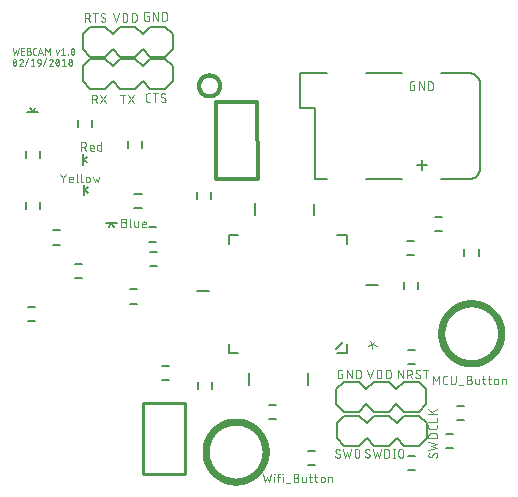
<source format=gto>
G75*
%MOIN*%
%OFA0B0*%
%FSLAX25Y25*%
%IPPOS*%
%LPD*%
%AMOC8*
5,1,8,0,0,1.08239X$1,22.5*
%
%ADD10C,0.00300*%
%ADD11C,0.00200*%
%ADD12C,0.00600*%
%ADD13C,0.00800*%
%ADD14C,0.02400*%
%ADD15C,0.01000*%
%ADD16C,0.01200*%
%ADD17C,0.00500*%
%ADD18C,0.00700*%
D10*
X0088315Y0022469D02*
X0087670Y0025369D01*
X0088959Y0024402D02*
X0089604Y0022469D01*
X0090248Y0025369D01*
X0091279Y0025369D02*
X0091440Y0025369D01*
X0091440Y0025208D01*
X0091279Y0025208D01*
X0091279Y0025369D01*
X0091359Y0024402D02*
X0091359Y0022469D01*
X0092694Y0022469D02*
X0092694Y0024886D01*
X0092696Y0024928D01*
X0092701Y0024970D01*
X0092710Y0025011D01*
X0092723Y0025051D01*
X0092739Y0025090D01*
X0092759Y0025127D01*
X0092781Y0025163D01*
X0092807Y0025196D01*
X0092835Y0025228D01*
X0092867Y0025256D01*
X0092900Y0025282D01*
X0092935Y0025304D01*
X0092973Y0025324D01*
X0093012Y0025340D01*
X0093052Y0025353D01*
X0093093Y0025362D01*
X0093135Y0025367D01*
X0093177Y0025369D01*
X0093338Y0025369D01*
X0094063Y0025369D02*
X0094224Y0025369D01*
X0094224Y0025208D01*
X0094063Y0025208D01*
X0094063Y0025369D01*
X0094143Y0024402D02*
X0094143Y0022469D01*
X0095227Y0022147D02*
X0096516Y0022147D01*
X0097800Y0022469D02*
X0097800Y0025369D01*
X0098606Y0025369D01*
X0098606Y0025368D02*
X0098655Y0025366D01*
X0098704Y0025360D01*
X0098753Y0025351D01*
X0098800Y0025338D01*
X0098847Y0025321D01*
X0098892Y0025301D01*
X0098935Y0025278D01*
X0098977Y0025251D01*
X0099016Y0025221D01*
X0099053Y0025188D01*
X0099087Y0025152D01*
X0099118Y0025114D01*
X0099147Y0025074D01*
X0099172Y0025032D01*
X0099194Y0024987D01*
X0099212Y0024942D01*
X0099227Y0024895D01*
X0099238Y0024847D01*
X0099246Y0024798D01*
X0099250Y0024749D01*
X0099250Y0024699D01*
X0099246Y0024650D01*
X0099238Y0024601D01*
X0099227Y0024553D01*
X0099212Y0024506D01*
X0099194Y0024461D01*
X0099172Y0024416D01*
X0099147Y0024374D01*
X0099118Y0024334D01*
X0099087Y0024296D01*
X0099053Y0024260D01*
X0099016Y0024227D01*
X0098977Y0024197D01*
X0098935Y0024170D01*
X0098892Y0024147D01*
X0098847Y0024127D01*
X0098800Y0024110D01*
X0098753Y0024097D01*
X0098704Y0024088D01*
X0098655Y0024082D01*
X0098606Y0024080D01*
X0097800Y0024080D01*
X0098606Y0024080D02*
X0098661Y0024078D01*
X0098716Y0024072D01*
X0098770Y0024063D01*
X0098823Y0024050D01*
X0098876Y0024033D01*
X0098927Y0024013D01*
X0098977Y0023990D01*
X0099025Y0023963D01*
X0099071Y0023932D01*
X0099115Y0023899D01*
X0099156Y0023863D01*
X0099195Y0023824D01*
X0099231Y0023783D01*
X0099264Y0023739D01*
X0099295Y0023693D01*
X0099322Y0023645D01*
X0099345Y0023595D01*
X0099365Y0023544D01*
X0099382Y0023491D01*
X0099395Y0023438D01*
X0099404Y0023384D01*
X0099410Y0023329D01*
X0099412Y0023274D01*
X0099410Y0023219D01*
X0099404Y0023164D01*
X0099395Y0023110D01*
X0099382Y0023057D01*
X0099365Y0023004D01*
X0099345Y0022953D01*
X0099322Y0022903D01*
X0099295Y0022855D01*
X0099264Y0022809D01*
X0099231Y0022765D01*
X0099195Y0022724D01*
X0099156Y0022685D01*
X0099115Y0022649D01*
X0099071Y0022616D01*
X0099025Y0022585D01*
X0098977Y0022558D01*
X0098927Y0022535D01*
X0098876Y0022515D01*
X0098823Y0022498D01*
X0098770Y0022485D01*
X0098716Y0022476D01*
X0098661Y0022470D01*
X0098606Y0022468D01*
X0098606Y0022469D02*
X0097800Y0022469D01*
X0100603Y0022952D02*
X0100603Y0024402D01*
X0101892Y0024402D02*
X0101892Y0022469D01*
X0101086Y0022469D01*
X0101044Y0022471D01*
X0101002Y0022476D01*
X0100961Y0022485D01*
X0100921Y0022498D01*
X0100882Y0022514D01*
X0100845Y0022534D01*
X0100809Y0022556D01*
X0100776Y0022582D01*
X0100744Y0022610D01*
X0100716Y0022642D01*
X0100690Y0022675D01*
X0100668Y0022711D01*
X0100648Y0022748D01*
X0100632Y0022787D01*
X0100619Y0022827D01*
X0100610Y0022868D01*
X0100605Y0022910D01*
X0100603Y0022952D01*
X0103269Y0022952D02*
X0103269Y0025369D01*
X0102947Y0024402D02*
X0103913Y0024402D01*
X0104771Y0024402D02*
X0105737Y0024402D01*
X0105093Y0025369D02*
X0105093Y0022952D01*
X0105095Y0022910D01*
X0105100Y0022868D01*
X0105109Y0022827D01*
X0105122Y0022787D01*
X0105138Y0022748D01*
X0105158Y0022711D01*
X0105180Y0022675D01*
X0105206Y0022642D01*
X0105234Y0022610D01*
X0105266Y0022582D01*
X0105299Y0022556D01*
X0105335Y0022534D01*
X0105372Y0022514D01*
X0105411Y0022498D01*
X0105451Y0022485D01*
X0105492Y0022476D01*
X0105534Y0022471D01*
X0105576Y0022469D01*
X0105737Y0022469D01*
X0106843Y0023113D02*
X0106843Y0023758D01*
X0106845Y0023807D01*
X0106851Y0023856D01*
X0106860Y0023905D01*
X0106873Y0023952D01*
X0106890Y0023999D01*
X0106910Y0024044D01*
X0106933Y0024087D01*
X0106960Y0024129D01*
X0106990Y0024168D01*
X0107023Y0024205D01*
X0107059Y0024239D01*
X0107097Y0024270D01*
X0107137Y0024299D01*
X0107179Y0024324D01*
X0107224Y0024346D01*
X0107269Y0024364D01*
X0107316Y0024379D01*
X0107364Y0024390D01*
X0107413Y0024398D01*
X0107462Y0024402D01*
X0107512Y0024402D01*
X0107561Y0024398D01*
X0107610Y0024390D01*
X0107658Y0024379D01*
X0107705Y0024364D01*
X0107750Y0024346D01*
X0107795Y0024324D01*
X0107837Y0024299D01*
X0107877Y0024270D01*
X0107915Y0024239D01*
X0107951Y0024205D01*
X0107984Y0024168D01*
X0108014Y0024129D01*
X0108041Y0024087D01*
X0108064Y0024044D01*
X0108084Y0023999D01*
X0108101Y0023952D01*
X0108114Y0023905D01*
X0108123Y0023856D01*
X0108129Y0023807D01*
X0108131Y0023758D01*
X0108132Y0023758D02*
X0108132Y0023113D01*
X0108131Y0023113D02*
X0108129Y0023064D01*
X0108123Y0023015D01*
X0108114Y0022966D01*
X0108101Y0022919D01*
X0108084Y0022872D01*
X0108064Y0022827D01*
X0108041Y0022784D01*
X0108014Y0022742D01*
X0107984Y0022703D01*
X0107951Y0022666D01*
X0107915Y0022632D01*
X0107877Y0022601D01*
X0107837Y0022572D01*
X0107795Y0022547D01*
X0107750Y0022525D01*
X0107705Y0022507D01*
X0107658Y0022492D01*
X0107610Y0022481D01*
X0107561Y0022473D01*
X0107512Y0022469D01*
X0107462Y0022469D01*
X0107413Y0022473D01*
X0107364Y0022481D01*
X0107316Y0022492D01*
X0107269Y0022507D01*
X0107224Y0022525D01*
X0107179Y0022547D01*
X0107137Y0022572D01*
X0107097Y0022601D01*
X0107059Y0022632D01*
X0107023Y0022666D01*
X0106990Y0022703D01*
X0106960Y0022742D01*
X0106933Y0022784D01*
X0106910Y0022827D01*
X0106890Y0022872D01*
X0106873Y0022919D01*
X0106860Y0022966D01*
X0106851Y0023015D01*
X0106845Y0023064D01*
X0106843Y0023113D01*
X0109435Y0022469D02*
X0109435Y0024402D01*
X0110240Y0024402D01*
X0110282Y0024400D01*
X0110324Y0024395D01*
X0110365Y0024386D01*
X0110405Y0024373D01*
X0110444Y0024357D01*
X0110482Y0024337D01*
X0110517Y0024315D01*
X0110550Y0024289D01*
X0110582Y0024261D01*
X0110610Y0024229D01*
X0110636Y0024196D01*
X0110658Y0024161D01*
X0110678Y0024123D01*
X0110694Y0024084D01*
X0110707Y0024044D01*
X0110716Y0024003D01*
X0110721Y0023961D01*
X0110723Y0023919D01*
X0110724Y0023919D02*
X0110724Y0022469D01*
X0115015Y0030737D02*
X0115660Y0032670D01*
X0116304Y0030737D01*
X0116949Y0033637D01*
X0118118Y0032831D02*
X0118118Y0031542D01*
X0118120Y0031487D01*
X0118126Y0031432D01*
X0118135Y0031378D01*
X0118148Y0031325D01*
X0118165Y0031272D01*
X0118185Y0031221D01*
X0118208Y0031171D01*
X0118235Y0031123D01*
X0118266Y0031077D01*
X0118299Y0031033D01*
X0118335Y0030992D01*
X0118374Y0030953D01*
X0118415Y0030917D01*
X0118459Y0030884D01*
X0118505Y0030853D01*
X0118553Y0030826D01*
X0118603Y0030803D01*
X0118654Y0030783D01*
X0118707Y0030766D01*
X0118760Y0030753D01*
X0118814Y0030744D01*
X0118869Y0030738D01*
X0118924Y0030736D01*
X0118979Y0030738D01*
X0119034Y0030744D01*
X0119088Y0030753D01*
X0119141Y0030766D01*
X0119194Y0030783D01*
X0119245Y0030803D01*
X0119295Y0030826D01*
X0119343Y0030853D01*
X0119389Y0030884D01*
X0119433Y0030917D01*
X0119474Y0030953D01*
X0119513Y0030992D01*
X0119549Y0031033D01*
X0119582Y0031077D01*
X0119613Y0031123D01*
X0119640Y0031171D01*
X0119663Y0031221D01*
X0119683Y0031272D01*
X0119700Y0031325D01*
X0119713Y0031378D01*
X0119722Y0031432D01*
X0119728Y0031487D01*
X0119730Y0031542D01*
X0119729Y0031542D02*
X0119729Y0032831D01*
X0119730Y0032831D02*
X0119728Y0032886D01*
X0119722Y0032941D01*
X0119713Y0032995D01*
X0119700Y0033048D01*
X0119683Y0033101D01*
X0119663Y0033152D01*
X0119640Y0033202D01*
X0119613Y0033250D01*
X0119582Y0033296D01*
X0119549Y0033340D01*
X0119513Y0033381D01*
X0119474Y0033420D01*
X0119433Y0033456D01*
X0119389Y0033489D01*
X0119343Y0033520D01*
X0119295Y0033547D01*
X0119245Y0033570D01*
X0119194Y0033590D01*
X0119141Y0033607D01*
X0119088Y0033620D01*
X0119034Y0033629D01*
X0118979Y0033635D01*
X0118924Y0033637D01*
X0118869Y0033635D01*
X0118814Y0033629D01*
X0118760Y0033620D01*
X0118707Y0033607D01*
X0118654Y0033590D01*
X0118603Y0033570D01*
X0118553Y0033547D01*
X0118505Y0033520D01*
X0118459Y0033489D01*
X0118415Y0033456D01*
X0118374Y0033420D01*
X0118335Y0033381D01*
X0118299Y0033340D01*
X0118266Y0033296D01*
X0118235Y0033250D01*
X0118208Y0033202D01*
X0118185Y0033152D01*
X0118165Y0033101D01*
X0118148Y0033048D01*
X0118135Y0032995D01*
X0118126Y0032941D01*
X0118120Y0032886D01*
X0118118Y0032831D01*
X0121932Y0032428D02*
X0122818Y0031945D01*
X0122495Y0030737D02*
X0122423Y0030739D01*
X0122352Y0030745D01*
X0122281Y0030754D01*
X0122211Y0030767D01*
X0122141Y0030784D01*
X0122072Y0030804D01*
X0122005Y0030828D01*
X0121939Y0030856D01*
X0121874Y0030887D01*
X0121811Y0030921D01*
X0121750Y0030959D01*
X0121691Y0031000D01*
X0121635Y0031043D01*
X0121580Y0031090D01*
X0121529Y0031140D01*
X0122818Y0031945D02*
X0122858Y0031919D01*
X0122897Y0031890D01*
X0122934Y0031858D01*
X0122968Y0031823D01*
X0122999Y0031786D01*
X0123028Y0031747D01*
X0123054Y0031706D01*
X0123076Y0031663D01*
X0123095Y0031618D01*
X0123111Y0031572D01*
X0123124Y0031526D01*
X0123133Y0031478D01*
X0123138Y0031430D01*
X0123140Y0031381D01*
X0123139Y0031381D02*
X0123137Y0031333D01*
X0123132Y0031285D01*
X0123123Y0031238D01*
X0123110Y0031191D01*
X0123094Y0031146D01*
X0123075Y0031102D01*
X0123053Y0031059D01*
X0123027Y0031018D01*
X0122998Y0030979D01*
X0122967Y0030943D01*
X0122933Y0030909D01*
X0122897Y0030878D01*
X0122858Y0030849D01*
X0122817Y0030823D01*
X0122774Y0030801D01*
X0122730Y0030782D01*
X0122685Y0030766D01*
X0122638Y0030753D01*
X0122591Y0030744D01*
X0122543Y0030739D01*
X0122495Y0030737D01*
X0122979Y0033394D02*
X0122926Y0033432D01*
X0122871Y0033466D01*
X0122815Y0033498D01*
X0122756Y0033527D01*
X0122697Y0033552D01*
X0122636Y0033574D01*
X0122574Y0033593D01*
X0122511Y0033608D01*
X0122448Y0033620D01*
X0122383Y0033629D01*
X0122319Y0033634D01*
X0122254Y0033636D01*
X0122206Y0033634D01*
X0122158Y0033629D01*
X0122111Y0033620D01*
X0122064Y0033607D01*
X0122019Y0033591D01*
X0121975Y0033572D01*
X0121932Y0033550D01*
X0121891Y0033524D01*
X0121852Y0033496D01*
X0121816Y0033464D01*
X0121782Y0033430D01*
X0121751Y0033394D01*
X0121722Y0033355D01*
X0121696Y0033314D01*
X0121674Y0033271D01*
X0121655Y0033227D01*
X0121639Y0033182D01*
X0121626Y0033135D01*
X0121617Y0033088D01*
X0121612Y0033040D01*
X0121610Y0032992D01*
X0121609Y0032992D02*
X0121611Y0032943D01*
X0121616Y0032895D01*
X0121625Y0032847D01*
X0121638Y0032801D01*
X0121654Y0032755D01*
X0121673Y0032710D01*
X0121695Y0032667D01*
X0121721Y0032626D01*
X0121750Y0032587D01*
X0121781Y0032550D01*
X0121815Y0032515D01*
X0121852Y0032483D01*
X0121891Y0032454D01*
X0121931Y0032428D01*
X0124213Y0033637D02*
X0124858Y0030737D01*
X0125502Y0032670D01*
X0126147Y0030737D01*
X0126791Y0033637D01*
X0128057Y0033637D02*
X0128862Y0033637D01*
X0128057Y0033637D02*
X0128057Y0030737D01*
X0128862Y0030737D01*
X0128862Y0030736D02*
X0128917Y0030738D01*
X0128972Y0030744D01*
X0129026Y0030753D01*
X0129079Y0030766D01*
X0129132Y0030783D01*
X0129183Y0030803D01*
X0129233Y0030826D01*
X0129281Y0030853D01*
X0129327Y0030884D01*
X0129371Y0030917D01*
X0129412Y0030953D01*
X0129451Y0030992D01*
X0129487Y0031033D01*
X0129520Y0031077D01*
X0129551Y0031123D01*
X0129578Y0031171D01*
X0129601Y0031221D01*
X0129621Y0031272D01*
X0129638Y0031325D01*
X0129651Y0031378D01*
X0129660Y0031432D01*
X0129666Y0031487D01*
X0129668Y0031542D01*
X0129668Y0032831D01*
X0129666Y0032886D01*
X0129660Y0032941D01*
X0129651Y0032995D01*
X0129638Y0033048D01*
X0129621Y0033101D01*
X0129601Y0033152D01*
X0129578Y0033202D01*
X0129551Y0033250D01*
X0129520Y0033296D01*
X0129487Y0033340D01*
X0129451Y0033381D01*
X0129412Y0033420D01*
X0129371Y0033456D01*
X0129327Y0033489D01*
X0129281Y0033520D01*
X0129233Y0033547D01*
X0129183Y0033570D01*
X0129132Y0033590D01*
X0129079Y0033607D01*
X0129026Y0033620D01*
X0128972Y0033629D01*
X0128917Y0033635D01*
X0128862Y0033637D01*
X0130940Y0033637D02*
X0131584Y0033637D01*
X0131262Y0033637D02*
X0131262Y0030737D01*
X0130940Y0030737D02*
X0131584Y0030737D01*
X0132761Y0031542D02*
X0132761Y0032831D01*
X0132760Y0032831D02*
X0132762Y0032886D01*
X0132768Y0032941D01*
X0132777Y0032995D01*
X0132790Y0033048D01*
X0132807Y0033101D01*
X0132827Y0033152D01*
X0132850Y0033202D01*
X0132877Y0033250D01*
X0132908Y0033296D01*
X0132941Y0033340D01*
X0132977Y0033381D01*
X0133016Y0033420D01*
X0133057Y0033456D01*
X0133101Y0033489D01*
X0133147Y0033520D01*
X0133195Y0033547D01*
X0133245Y0033570D01*
X0133296Y0033590D01*
X0133349Y0033607D01*
X0133402Y0033620D01*
X0133456Y0033629D01*
X0133511Y0033635D01*
X0133566Y0033637D01*
X0133621Y0033635D01*
X0133676Y0033629D01*
X0133730Y0033620D01*
X0133783Y0033607D01*
X0133836Y0033590D01*
X0133887Y0033570D01*
X0133937Y0033547D01*
X0133985Y0033520D01*
X0134031Y0033489D01*
X0134075Y0033456D01*
X0134116Y0033420D01*
X0134155Y0033381D01*
X0134191Y0033340D01*
X0134224Y0033296D01*
X0134255Y0033250D01*
X0134282Y0033202D01*
X0134305Y0033152D01*
X0134325Y0033101D01*
X0134342Y0033048D01*
X0134355Y0032995D01*
X0134364Y0032941D01*
X0134370Y0032886D01*
X0134372Y0032831D01*
X0134372Y0031542D01*
X0134370Y0031487D01*
X0134364Y0031432D01*
X0134355Y0031378D01*
X0134342Y0031325D01*
X0134325Y0031272D01*
X0134305Y0031221D01*
X0134282Y0031171D01*
X0134255Y0031123D01*
X0134224Y0031077D01*
X0134191Y0031033D01*
X0134155Y0030992D01*
X0134116Y0030953D01*
X0134075Y0030917D01*
X0134031Y0030884D01*
X0133985Y0030853D01*
X0133937Y0030826D01*
X0133887Y0030803D01*
X0133836Y0030783D01*
X0133783Y0030766D01*
X0133730Y0030753D01*
X0133676Y0030744D01*
X0133621Y0030738D01*
X0133566Y0030736D01*
X0133511Y0030738D01*
X0133456Y0030744D01*
X0133402Y0030753D01*
X0133349Y0030766D01*
X0133296Y0030783D01*
X0133245Y0030803D01*
X0133195Y0030826D01*
X0133147Y0030853D01*
X0133101Y0030884D01*
X0133057Y0030917D01*
X0133016Y0030953D01*
X0132977Y0030992D01*
X0132941Y0031033D01*
X0132908Y0031077D01*
X0132877Y0031123D01*
X0132850Y0031171D01*
X0132827Y0031221D01*
X0132807Y0031272D01*
X0132790Y0031325D01*
X0132777Y0031378D01*
X0132768Y0031432D01*
X0132762Y0031487D01*
X0132760Y0031542D01*
X0142738Y0033421D02*
X0145638Y0034066D01*
X0143705Y0034710D01*
X0145638Y0035355D01*
X0142738Y0035999D01*
X0142738Y0037265D02*
X0142738Y0038070D01*
X0142738Y0037265D02*
X0145638Y0037265D01*
X0145638Y0038070D01*
X0145639Y0038070D02*
X0145637Y0038125D01*
X0145631Y0038180D01*
X0145622Y0038234D01*
X0145609Y0038287D01*
X0145592Y0038340D01*
X0145572Y0038391D01*
X0145549Y0038441D01*
X0145522Y0038489D01*
X0145491Y0038535D01*
X0145458Y0038579D01*
X0145422Y0038620D01*
X0145383Y0038659D01*
X0145342Y0038695D01*
X0145298Y0038728D01*
X0145252Y0038759D01*
X0145204Y0038786D01*
X0145154Y0038809D01*
X0145103Y0038829D01*
X0145050Y0038846D01*
X0144997Y0038859D01*
X0144943Y0038868D01*
X0144888Y0038874D01*
X0144833Y0038876D01*
X0143544Y0038876D01*
X0143489Y0038874D01*
X0143434Y0038868D01*
X0143380Y0038859D01*
X0143327Y0038846D01*
X0143274Y0038829D01*
X0143223Y0038809D01*
X0143173Y0038786D01*
X0143125Y0038759D01*
X0143079Y0038728D01*
X0143035Y0038695D01*
X0142994Y0038659D01*
X0142955Y0038620D01*
X0142919Y0038579D01*
X0142886Y0038535D01*
X0142855Y0038489D01*
X0142828Y0038441D01*
X0142805Y0038391D01*
X0142785Y0038340D01*
X0142768Y0038287D01*
X0142755Y0038234D01*
X0142746Y0038180D01*
X0142740Y0038125D01*
X0142738Y0038070D01*
X0143383Y0040232D02*
X0144994Y0040232D01*
X0145042Y0040234D01*
X0145090Y0040239D01*
X0145137Y0040248D01*
X0145184Y0040261D01*
X0145229Y0040277D01*
X0145273Y0040296D01*
X0145316Y0040318D01*
X0145357Y0040344D01*
X0145396Y0040373D01*
X0145432Y0040404D01*
X0145466Y0040438D01*
X0145497Y0040474D01*
X0145526Y0040513D01*
X0145552Y0040554D01*
X0145574Y0040597D01*
X0145593Y0040641D01*
X0145609Y0040686D01*
X0145622Y0040733D01*
X0145631Y0040780D01*
X0145636Y0040828D01*
X0145638Y0040876D01*
X0145638Y0041520D01*
X0145638Y0042743D02*
X0142738Y0042743D01*
X0142738Y0041520D02*
X0142738Y0040876D01*
X0142739Y0040876D02*
X0142741Y0040825D01*
X0142747Y0040775D01*
X0142757Y0040726D01*
X0142771Y0040677D01*
X0142788Y0040630D01*
X0142809Y0040584D01*
X0142834Y0040539D01*
X0142862Y0040497D01*
X0142893Y0040458D01*
X0142928Y0040421D01*
X0142965Y0040386D01*
X0143004Y0040355D01*
X0143047Y0040327D01*
X0143091Y0040302D01*
X0143137Y0040281D01*
X0143184Y0040264D01*
X0143233Y0040250D01*
X0143282Y0040240D01*
X0143332Y0040234D01*
X0143383Y0040232D01*
X0145638Y0042743D02*
X0145638Y0044032D01*
X0145638Y0045279D02*
X0142738Y0045279D01*
X0143866Y0045923D02*
X0145638Y0046890D01*
X0144510Y0045279D02*
X0142738Y0046890D01*
X0144363Y0055146D02*
X0144363Y0058046D01*
X0145330Y0056435D01*
X0146297Y0058046D01*
X0146297Y0055146D01*
X0147683Y0055791D02*
X0147683Y0057402D01*
X0147684Y0057402D02*
X0147686Y0057453D01*
X0147692Y0057503D01*
X0147702Y0057552D01*
X0147716Y0057601D01*
X0147733Y0057648D01*
X0147754Y0057694D01*
X0147779Y0057738D01*
X0147807Y0057781D01*
X0147838Y0057820D01*
X0147873Y0057857D01*
X0147910Y0057892D01*
X0147949Y0057923D01*
X0147992Y0057951D01*
X0148036Y0057976D01*
X0148082Y0057997D01*
X0148129Y0058014D01*
X0148178Y0058028D01*
X0148227Y0058038D01*
X0148277Y0058044D01*
X0148328Y0058046D01*
X0148972Y0058046D01*
X0150188Y0058046D02*
X0150188Y0055952D01*
X0150190Y0055897D01*
X0150196Y0055842D01*
X0150205Y0055788D01*
X0150218Y0055735D01*
X0150235Y0055682D01*
X0150255Y0055631D01*
X0150278Y0055581D01*
X0150305Y0055533D01*
X0150336Y0055487D01*
X0150369Y0055443D01*
X0150405Y0055402D01*
X0150444Y0055363D01*
X0150485Y0055327D01*
X0150529Y0055294D01*
X0150575Y0055263D01*
X0150623Y0055236D01*
X0150673Y0055213D01*
X0150724Y0055193D01*
X0150777Y0055176D01*
X0150830Y0055163D01*
X0150884Y0055154D01*
X0150939Y0055148D01*
X0150994Y0055146D01*
X0151049Y0055148D01*
X0151104Y0055154D01*
X0151158Y0055163D01*
X0151211Y0055176D01*
X0151264Y0055193D01*
X0151315Y0055213D01*
X0151365Y0055236D01*
X0151413Y0055263D01*
X0151459Y0055294D01*
X0151503Y0055327D01*
X0151544Y0055363D01*
X0151583Y0055402D01*
X0151619Y0055443D01*
X0151652Y0055487D01*
X0151683Y0055533D01*
X0151710Y0055581D01*
X0151733Y0055631D01*
X0151753Y0055682D01*
X0151770Y0055735D01*
X0151783Y0055788D01*
X0151792Y0055842D01*
X0151798Y0055897D01*
X0151800Y0055952D01*
X0151800Y0058046D01*
X0148328Y0055147D02*
X0148280Y0055149D01*
X0148232Y0055154D01*
X0148185Y0055163D01*
X0148138Y0055176D01*
X0148093Y0055192D01*
X0148049Y0055211D01*
X0148006Y0055233D01*
X0147965Y0055259D01*
X0147926Y0055288D01*
X0147890Y0055319D01*
X0147856Y0055353D01*
X0147825Y0055389D01*
X0147796Y0055428D01*
X0147770Y0055469D01*
X0147748Y0055512D01*
X0147729Y0055556D01*
X0147713Y0055601D01*
X0147700Y0055648D01*
X0147691Y0055695D01*
X0147686Y0055743D01*
X0147684Y0055791D01*
X0148328Y0055146D02*
X0148972Y0055146D01*
X0153038Y0054824D02*
X0154326Y0054824D01*
X0155611Y0055146D02*
X0155611Y0058046D01*
X0156416Y0058046D01*
X0156465Y0058044D01*
X0156514Y0058038D01*
X0156563Y0058029D01*
X0156610Y0058016D01*
X0156657Y0057999D01*
X0156702Y0057979D01*
X0156745Y0057956D01*
X0156787Y0057929D01*
X0156826Y0057899D01*
X0156863Y0057866D01*
X0156897Y0057830D01*
X0156928Y0057792D01*
X0156957Y0057752D01*
X0156982Y0057710D01*
X0157004Y0057665D01*
X0157022Y0057620D01*
X0157037Y0057573D01*
X0157048Y0057525D01*
X0157056Y0057476D01*
X0157060Y0057427D01*
X0157060Y0057377D01*
X0157056Y0057328D01*
X0157048Y0057279D01*
X0157037Y0057231D01*
X0157022Y0057184D01*
X0157004Y0057139D01*
X0156982Y0057094D01*
X0156957Y0057052D01*
X0156928Y0057012D01*
X0156897Y0056974D01*
X0156863Y0056938D01*
X0156826Y0056905D01*
X0156787Y0056875D01*
X0156745Y0056848D01*
X0156702Y0056825D01*
X0156657Y0056805D01*
X0156610Y0056788D01*
X0156563Y0056775D01*
X0156514Y0056766D01*
X0156465Y0056760D01*
X0156416Y0056758D01*
X0156416Y0056757D02*
X0155611Y0056757D01*
X0156416Y0056758D02*
X0156471Y0056756D01*
X0156526Y0056750D01*
X0156580Y0056741D01*
X0156633Y0056728D01*
X0156686Y0056711D01*
X0156737Y0056691D01*
X0156787Y0056668D01*
X0156835Y0056641D01*
X0156881Y0056610D01*
X0156925Y0056577D01*
X0156966Y0056541D01*
X0157005Y0056502D01*
X0157041Y0056461D01*
X0157074Y0056417D01*
X0157105Y0056371D01*
X0157132Y0056323D01*
X0157155Y0056273D01*
X0157175Y0056222D01*
X0157192Y0056169D01*
X0157205Y0056116D01*
X0157214Y0056062D01*
X0157220Y0056007D01*
X0157222Y0055952D01*
X0157220Y0055897D01*
X0157214Y0055842D01*
X0157205Y0055788D01*
X0157192Y0055735D01*
X0157175Y0055682D01*
X0157155Y0055631D01*
X0157132Y0055581D01*
X0157105Y0055533D01*
X0157074Y0055487D01*
X0157041Y0055443D01*
X0157005Y0055402D01*
X0156966Y0055363D01*
X0156925Y0055327D01*
X0156881Y0055294D01*
X0156835Y0055263D01*
X0156787Y0055236D01*
X0156737Y0055213D01*
X0156686Y0055193D01*
X0156633Y0055176D01*
X0156580Y0055163D01*
X0156526Y0055154D01*
X0156471Y0055148D01*
X0156416Y0055146D01*
X0155611Y0055146D01*
X0158414Y0055629D02*
X0158414Y0057079D01*
X0159702Y0057079D02*
X0159702Y0055146D01*
X0158897Y0055146D01*
X0158855Y0055148D01*
X0158813Y0055153D01*
X0158772Y0055162D01*
X0158732Y0055175D01*
X0158693Y0055191D01*
X0158656Y0055211D01*
X0158620Y0055233D01*
X0158587Y0055259D01*
X0158555Y0055287D01*
X0158527Y0055319D01*
X0158501Y0055352D01*
X0158479Y0055388D01*
X0158459Y0055425D01*
X0158443Y0055464D01*
X0158430Y0055504D01*
X0158421Y0055545D01*
X0158416Y0055587D01*
X0158414Y0055629D01*
X0161080Y0055629D02*
X0161080Y0058046D01*
X0160757Y0057079D02*
X0161724Y0057079D01*
X0162581Y0057079D02*
X0163548Y0057079D01*
X0162904Y0058046D02*
X0162904Y0055629D01*
X0162906Y0055587D01*
X0162911Y0055545D01*
X0162920Y0055504D01*
X0162933Y0055464D01*
X0162949Y0055425D01*
X0162969Y0055388D01*
X0162991Y0055352D01*
X0163017Y0055319D01*
X0163045Y0055287D01*
X0163077Y0055259D01*
X0163110Y0055233D01*
X0163146Y0055211D01*
X0163183Y0055191D01*
X0163222Y0055175D01*
X0163262Y0055162D01*
X0163303Y0055153D01*
X0163345Y0055148D01*
X0163387Y0055146D01*
X0163548Y0055146D01*
X0164654Y0055791D02*
X0164654Y0056435D01*
X0164656Y0056484D01*
X0164662Y0056533D01*
X0164671Y0056582D01*
X0164684Y0056629D01*
X0164701Y0056676D01*
X0164721Y0056721D01*
X0164744Y0056764D01*
X0164771Y0056806D01*
X0164801Y0056845D01*
X0164834Y0056882D01*
X0164870Y0056916D01*
X0164908Y0056947D01*
X0164948Y0056976D01*
X0164990Y0057001D01*
X0165035Y0057023D01*
X0165080Y0057041D01*
X0165127Y0057056D01*
X0165175Y0057067D01*
X0165224Y0057075D01*
X0165273Y0057079D01*
X0165323Y0057079D01*
X0165372Y0057075D01*
X0165421Y0057067D01*
X0165469Y0057056D01*
X0165516Y0057041D01*
X0165561Y0057023D01*
X0165606Y0057001D01*
X0165648Y0056976D01*
X0165688Y0056947D01*
X0165726Y0056916D01*
X0165762Y0056882D01*
X0165795Y0056845D01*
X0165825Y0056806D01*
X0165852Y0056764D01*
X0165875Y0056721D01*
X0165895Y0056676D01*
X0165912Y0056629D01*
X0165925Y0056582D01*
X0165934Y0056533D01*
X0165940Y0056484D01*
X0165942Y0056435D01*
X0165942Y0055791D01*
X0165940Y0055742D01*
X0165934Y0055693D01*
X0165925Y0055644D01*
X0165912Y0055597D01*
X0165895Y0055550D01*
X0165875Y0055505D01*
X0165852Y0055462D01*
X0165825Y0055420D01*
X0165795Y0055381D01*
X0165762Y0055344D01*
X0165726Y0055310D01*
X0165688Y0055279D01*
X0165648Y0055250D01*
X0165606Y0055225D01*
X0165561Y0055203D01*
X0165516Y0055185D01*
X0165469Y0055170D01*
X0165421Y0055159D01*
X0165372Y0055151D01*
X0165323Y0055147D01*
X0165273Y0055147D01*
X0165224Y0055151D01*
X0165175Y0055159D01*
X0165127Y0055170D01*
X0165080Y0055185D01*
X0165035Y0055203D01*
X0164990Y0055225D01*
X0164948Y0055250D01*
X0164908Y0055279D01*
X0164870Y0055310D01*
X0164834Y0055344D01*
X0164801Y0055381D01*
X0164771Y0055420D01*
X0164744Y0055462D01*
X0164721Y0055505D01*
X0164701Y0055550D01*
X0164684Y0055597D01*
X0164671Y0055644D01*
X0164662Y0055693D01*
X0164656Y0055742D01*
X0164654Y0055791D01*
X0167245Y0055146D02*
X0167245Y0057079D01*
X0168051Y0057079D01*
X0168093Y0057077D01*
X0168135Y0057072D01*
X0168176Y0057063D01*
X0168216Y0057050D01*
X0168255Y0057034D01*
X0168293Y0057014D01*
X0168328Y0056992D01*
X0168361Y0056966D01*
X0168393Y0056938D01*
X0168421Y0056906D01*
X0168447Y0056873D01*
X0168469Y0056838D01*
X0168489Y0056800D01*
X0168505Y0056761D01*
X0168518Y0056721D01*
X0168527Y0056680D01*
X0168532Y0056638D01*
X0168534Y0056596D01*
X0168534Y0055146D01*
X0161724Y0055146D02*
X0161563Y0055146D01*
X0161521Y0055148D01*
X0161479Y0055153D01*
X0161438Y0055162D01*
X0161398Y0055175D01*
X0161359Y0055191D01*
X0161322Y0055211D01*
X0161286Y0055233D01*
X0161253Y0055259D01*
X0161221Y0055287D01*
X0161193Y0055319D01*
X0161167Y0055352D01*
X0161145Y0055388D01*
X0161125Y0055425D01*
X0161109Y0055464D01*
X0161096Y0055504D01*
X0161087Y0055545D01*
X0161082Y0055587D01*
X0161080Y0055629D01*
X0142611Y0060015D02*
X0141000Y0060015D01*
X0141806Y0060015D02*
X0141806Y0057115D01*
X0139697Y0058323D02*
X0138811Y0058806D01*
X0139133Y0060014D02*
X0139198Y0060012D01*
X0139262Y0060007D01*
X0139327Y0059998D01*
X0139390Y0059986D01*
X0139453Y0059971D01*
X0139515Y0059952D01*
X0139576Y0059930D01*
X0139635Y0059905D01*
X0139694Y0059876D01*
X0139750Y0059844D01*
X0139805Y0059810D01*
X0139858Y0059772D01*
X0138810Y0058806D02*
X0138770Y0058832D01*
X0138731Y0058861D01*
X0138694Y0058893D01*
X0138660Y0058928D01*
X0138629Y0058965D01*
X0138600Y0059004D01*
X0138574Y0059045D01*
X0138552Y0059088D01*
X0138533Y0059133D01*
X0138517Y0059179D01*
X0138504Y0059225D01*
X0138495Y0059273D01*
X0138490Y0059321D01*
X0138488Y0059370D01*
X0138489Y0059370D02*
X0138491Y0059418D01*
X0138496Y0059466D01*
X0138505Y0059513D01*
X0138518Y0059560D01*
X0138534Y0059605D01*
X0138553Y0059649D01*
X0138575Y0059692D01*
X0138601Y0059733D01*
X0138630Y0059772D01*
X0138661Y0059808D01*
X0138695Y0059842D01*
X0138731Y0059874D01*
X0138770Y0059902D01*
X0138811Y0059928D01*
X0138854Y0059950D01*
X0138898Y0059969D01*
X0138943Y0059985D01*
X0138990Y0059998D01*
X0139037Y0060007D01*
X0139085Y0060012D01*
X0139133Y0060014D01*
X0138409Y0057518D02*
X0138460Y0057468D01*
X0138515Y0057421D01*
X0138571Y0057378D01*
X0138630Y0057337D01*
X0138691Y0057299D01*
X0138754Y0057265D01*
X0138819Y0057234D01*
X0138885Y0057206D01*
X0138952Y0057182D01*
X0139021Y0057162D01*
X0139091Y0057145D01*
X0139161Y0057132D01*
X0139232Y0057123D01*
X0139303Y0057117D01*
X0139375Y0057115D01*
X0139423Y0057117D01*
X0139471Y0057122D01*
X0139518Y0057131D01*
X0139565Y0057144D01*
X0139610Y0057160D01*
X0139654Y0057179D01*
X0139697Y0057201D01*
X0139738Y0057227D01*
X0139777Y0057256D01*
X0139813Y0057287D01*
X0139847Y0057321D01*
X0139878Y0057357D01*
X0139907Y0057396D01*
X0139933Y0057437D01*
X0139955Y0057480D01*
X0139974Y0057524D01*
X0139990Y0057569D01*
X0140003Y0057616D01*
X0140012Y0057663D01*
X0140017Y0057711D01*
X0140019Y0057759D01*
X0140020Y0057759D02*
X0140018Y0057808D01*
X0140013Y0057856D01*
X0140004Y0057904D01*
X0139991Y0057950D01*
X0139975Y0057996D01*
X0139956Y0058041D01*
X0139934Y0058084D01*
X0139908Y0058125D01*
X0139879Y0058164D01*
X0139848Y0058201D01*
X0139814Y0058236D01*
X0139777Y0058268D01*
X0139738Y0058297D01*
X0139698Y0058323D01*
X0137256Y0057115D02*
X0136611Y0058403D01*
X0136450Y0058403D02*
X0135645Y0058403D01*
X0136450Y0058403D02*
X0136505Y0058405D01*
X0136560Y0058411D01*
X0136614Y0058420D01*
X0136667Y0058433D01*
X0136720Y0058450D01*
X0136771Y0058470D01*
X0136821Y0058493D01*
X0136869Y0058520D01*
X0136915Y0058551D01*
X0136959Y0058584D01*
X0137000Y0058620D01*
X0137039Y0058659D01*
X0137075Y0058700D01*
X0137108Y0058744D01*
X0137139Y0058790D01*
X0137166Y0058838D01*
X0137189Y0058888D01*
X0137209Y0058939D01*
X0137226Y0058992D01*
X0137239Y0059045D01*
X0137248Y0059099D01*
X0137254Y0059154D01*
X0137256Y0059209D01*
X0137254Y0059264D01*
X0137248Y0059319D01*
X0137239Y0059373D01*
X0137226Y0059426D01*
X0137209Y0059479D01*
X0137189Y0059530D01*
X0137166Y0059580D01*
X0137139Y0059628D01*
X0137108Y0059674D01*
X0137075Y0059718D01*
X0137039Y0059759D01*
X0137000Y0059798D01*
X0136959Y0059834D01*
X0136915Y0059867D01*
X0136869Y0059898D01*
X0136821Y0059925D01*
X0136771Y0059948D01*
X0136720Y0059968D01*
X0136667Y0059985D01*
X0136614Y0059998D01*
X0136560Y0060007D01*
X0136505Y0060013D01*
X0136450Y0060015D01*
X0135645Y0060015D01*
X0135645Y0057115D01*
X0134163Y0057115D02*
X0134163Y0060015D01*
X0132552Y0060015D02*
X0134163Y0057115D01*
X0132552Y0057115D02*
X0132552Y0060015D01*
X0130136Y0059209D02*
X0130136Y0057920D01*
X0130137Y0057920D02*
X0130135Y0057865D01*
X0130129Y0057810D01*
X0130120Y0057756D01*
X0130107Y0057703D01*
X0130090Y0057650D01*
X0130070Y0057599D01*
X0130047Y0057549D01*
X0130020Y0057501D01*
X0129989Y0057455D01*
X0129956Y0057411D01*
X0129920Y0057370D01*
X0129881Y0057331D01*
X0129840Y0057295D01*
X0129796Y0057262D01*
X0129750Y0057231D01*
X0129702Y0057204D01*
X0129652Y0057181D01*
X0129601Y0057161D01*
X0129548Y0057144D01*
X0129495Y0057131D01*
X0129441Y0057122D01*
X0129386Y0057116D01*
X0129331Y0057114D01*
X0129331Y0057115D02*
X0128525Y0057115D01*
X0128525Y0060015D01*
X0129331Y0060015D01*
X0129386Y0060013D01*
X0129441Y0060007D01*
X0129495Y0059998D01*
X0129548Y0059985D01*
X0129601Y0059968D01*
X0129652Y0059948D01*
X0129702Y0059925D01*
X0129750Y0059898D01*
X0129796Y0059867D01*
X0129840Y0059834D01*
X0129881Y0059798D01*
X0129920Y0059759D01*
X0129956Y0059718D01*
X0129989Y0059674D01*
X0130020Y0059628D01*
X0130047Y0059580D01*
X0130070Y0059530D01*
X0130090Y0059479D01*
X0130107Y0059426D01*
X0130120Y0059373D01*
X0130129Y0059319D01*
X0130135Y0059264D01*
X0130137Y0059209D01*
X0127064Y0059209D02*
X0127064Y0057920D01*
X0127065Y0057920D02*
X0127063Y0057865D01*
X0127057Y0057810D01*
X0127048Y0057756D01*
X0127035Y0057703D01*
X0127018Y0057650D01*
X0126998Y0057599D01*
X0126975Y0057549D01*
X0126948Y0057501D01*
X0126917Y0057455D01*
X0126884Y0057411D01*
X0126848Y0057370D01*
X0126809Y0057331D01*
X0126768Y0057295D01*
X0126724Y0057262D01*
X0126678Y0057231D01*
X0126630Y0057204D01*
X0126580Y0057181D01*
X0126529Y0057161D01*
X0126476Y0057144D01*
X0126423Y0057131D01*
X0126369Y0057122D01*
X0126314Y0057116D01*
X0126259Y0057114D01*
X0126259Y0057115D02*
X0125453Y0057115D01*
X0125453Y0060015D01*
X0126259Y0060015D01*
X0126314Y0060013D01*
X0126369Y0060007D01*
X0126423Y0059998D01*
X0126476Y0059985D01*
X0126529Y0059968D01*
X0126580Y0059948D01*
X0126630Y0059925D01*
X0126678Y0059898D01*
X0126724Y0059867D01*
X0126768Y0059834D01*
X0126809Y0059798D01*
X0126848Y0059759D01*
X0126884Y0059718D01*
X0126917Y0059674D01*
X0126948Y0059628D01*
X0126975Y0059580D01*
X0126998Y0059530D01*
X0127018Y0059479D01*
X0127035Y0059426D01*
X0127048Y0059373D01*
X0127057Y0059319D01*
X0127063Y0059264D01*
X0127065Y0059209D01*
X0124249Y0060015D02*
X0123283Y0057115D01*
X0122316Y0060015D01*
X0120229Y0059209D02*
X0120229Y0057920D01*
X0120227Y0057865D01*
X0120221Y0057810D01*
X0120212Y0057756D01*
X0120199Y0057703D01*
X0120182Y0057650D01*
X0120162Y0057599D01*
X0120139Y0057549D01*
X0120112Y0057501D01*
X0120081Y0057455D01*
X0120048Y0057411D01*
X0120012Y0057370D01*
X0119973Y0057331D01*
X0119932Y0057295D01*
X0119888Y0057262D01*
X0119842Y0057231D01*
X0119794Y0057204D01*
X0119744Y0057181D01*
X0119693Y0057161D01*
X0119640Y0057144D01*
X0119587Y0057131D01*
X0119533Y0057122D01*
X0119478Y0057116D01*
X0119423Y0057114D01*
X0119423Y0057115D02*
X0118618Y0057115D01*
X0118618Y0060015D01*
X0119423Y0060015D01*
X0119478Y0060013D01*
X0119533Y0060007D01*
X0119587Y0059998D01*
X0119640Y0059985D01*
X0119693Y0059968D01*
X0119744Y0059948D01*
X0119794Y0059925D01*
X0119842Y0059898D01*
X0119888Y0059867D01*
X0119932Y0059834D01*
X0119973Y0059798D01*
X0120012Y0059759D01*
X0120048Y0059718D01*
X0120081Y0059674D01*
X0120112Y0059628D01*
X0120139Y0059580D01*
X0120162Y0059530D01*
X0120182Y0059479D01*
X0120199Y0059426D01*
X0120212Y0059373D01*
X0120221Y0059319D01*
X0120227Y0059264D01*
X0120229Y0059209D01*
X0117157Y0060015D02*
X0117157Y0057115D01*
X0115546Y0060015D01*
X0115546Y0057115D01*
X0114085Y0057115D02*
X0113118Y0057115D01*
X0113070Y0057117D01*
X0113022Y0057122D01*
X0112975Y0057131D01*
X0112928Y0057144D01*
X0112883Y0057160D01*
X0112839Y0057179D01*
X0112796Y0057201D01*
X0112755Y0057227D01*
X0112716Y0057256D01*
X0112680Y0057287D01*
X0112646Y0057321D01*
X0112615Y0057357D01*
X0112586Y0057396D01*
X0112560Y0057437D01*
X0112538Y0057480D01*
X0112519Y0057524D01*
X0112503Y0057569D01*
X0112490Y0057616D01*
X0112481Y0057663D01*
X0112476Y0057711D01*
X0112474Y0057759D01*
X0112474Y0059370D01*
X0112476Y0059421D01*
X0112482Y0059471D01*
X0112492Y0059520D01*
X0112506Y0059569D01*
X0112523Y0059616D01*
X0112544Y0059662D01*
X0112569Y0059706D01*
X0112597Y0059749D01*
X0112628Y0059788D01*
X0112663Y0059825D01*
X0112700Y0059860D01*
X0112739Y0059891D01*
X0112782Y0059919D01*
X0112826Y0059944D01*
X0112872Y0059965D01*
X0112919Y0059982D01*
X0112968Y0059996D01*
X0113017Y0060006D01*
X0113067Y0060012D01*
X0113118Y0060014D01*
X0113118Y0060015D02*
X0114085Y0060015D01*
X0114085Y0058726D02*
X0113601Y0058726D01*
X0114085Y0058726D02*
X0114085Y0057115D01*
X0122605Y0068032D02*
X0124041Y0068555D01*
X0125478Y0068032D01*
X0124041Y0068555D02*
X0124041Y0066988D01*
X0124041Y0068555D02*
X0123128Y0069730D01*
X0124041Y0068555D02*
X0124955Y0069730D01*
X0114371Y0033637D02*
X0115015Y0030737D01*
X0112975Y0031945D02*
X0112089Y0032428D01*
X0112411Y0033636D02*
X0112476Y0033634D01*
X0112540Y0033629D01*
X0112605Y0033620D01*
X0112668Y0033608D01*
X0112731Y0033593D01*
X0112793Y0033574D01*
X0112854Y0033552D01*
X0112913Y0033527D01*
X0112972Y0033498D01*
X0113028Y0033466D01*
X0113083Y0033432D01*
X0113136Y0033394D01*
X0112088Y0032428D02*
X0112048Y0032454D01*
X0112009Y0032483D01*
X0111972Y0032515D01*
X0111938Y0032550D01*
X0111907Y0032587D01*
X0111878Y0032626D01*
X0111852Y0032667D01*
X0111830Y0032710D01*
X0111811Y0032755D01*
X0111795Y0032801D01*
X0111782Y0032847D01*
X0111773Y0032895D01*
X0111768Y0032943D01*
X0111766Y0032992D01*
X0111767Y0032992D02*
X0111769Y0033040D01*
X0111774Y0033088D01*
X0111783Y0033135D01*
X0111796Y0033182D01*
X0111812Y0033227D01*
X0111831Y0033271D01*
X0111853Y0033314D01*
X0111879Y0033355D01*
X0111908Y0033394D01*
X0111939Y0033430D01*
X0111973Y0033464D01*
X0112009Y0033496D01*
X0112048Y0033524D01*
X0112089Y0033550D01*
X0112132Y0033572D01*
X0112176Y0033591D01*
X0112221Y0033607D01*
X0112268Y0033620D01*
X0112315Y0033629D01*
X0112363Y0033634D01*
X0112411Y0033636D01*
X0111687Y0031140D02*
X0111738Y0031090D01*
X0111793Y0031043D01*
X0111849Y0031000D01*
X0111908Y0030959D01*
X0111969Y0030921D01*
X0112032Y0030887D01*
X0112097Y0030856D01*
X0112163Y0030828D01*
X0112230Y0030804D01*
X0112299Y0030784D01*
X0112369Y0030767D01*
X0112439Y0030754D01*
X0112510Y0030745D01*
X0112581Y0030739D01*
X0112653Y0030737D01*
X0112701Y0030739D01*
X0112749Y0030744D01*
X0112796Y0030753D01*
X0112843Y0030766D01*
X0112888Y0030782D01*
X0112932Y0030801D01*
X0112975Y0030823D01*
X0113016Y0030849D01*
X0113055Y0030878D01*
X0113091Y0030909D01*
X0113125Y0030943D01*
X0113156Y0030979D01*
X0113185Y0031018D01*
X0113211Y0031059D01*
X0113233Y0031102D01*
X0113252Y0031146D01*
X0113268Y0031191D01*
X0113281Y0031238D01*
X0113290Y0031285D01*
X0113295Y0031333D01*
X0113297Y0031381D01*
X0113298Y0031381D02*
X0113296Y0031430D01*
X0113291Y0031478D01*
X0113282Y0031526D01*
X0113269Y0031572D01*
X0113253Y0031618D01*
X0113234Y0031663D01*
X0113212Y0031706D01*
X0113186Y0031747D01*
X0113157Y0031786D01*
X0113126Y0031823D01*
X0113092Y0031858D01*
X0113055Y0031890D01*
X0113016Y0031919D01*
X0112976Y0031945D01*
X0103752Y0022469D02*
X0103710Y0022471D01*
X0103668Y0022476D01*
X0103627Y0022485D01*
X0103587Y0022498D01*
X0103548Y0022514D01*
X0103511Y0022534D01*
X0103475Y0022556D01*
X0103442Y0022582D01*
X0103410Y0022610D01*
X0103382Y0022642D01*
X0103356Y0022675D01*
X0103334Y0022711D01*
X0103314Y0022748D01*
X0103298Y0022787D01*
X0103285Y0022827D01*
X0103276Y0022868D01*
X0103271Y0022910D01*
X0103269Y0022952D01*
X0103752Y0022469D02*
X0103913Y0022469D01*
X0093338Y0024402D02*
X0092372Y0024402D01*
X0088959Y0024402D02*
X0088315Y0022469D01*
X0142739Y0031462D02*
X0142741Y0031414D01*
X0142746Y0031366D01*
X0142755Y0031319D01*
X0142768Y0031272D01*
X0142784Y0031227D01*
X0142803Y0031183D01*
X0142825Y0031140D01*
X0142851Y0031099D01*
X0142880Y0031060D01*
X0142911Y0031024D01*
X0142945Y0030990D01*
X0142981Y0030959D01*
X0143020Y0030930D01*
X0143061Y0030904D01*
X0143104Y0030882D01*
X0143148Y0030863D01*
X0143193Y0030847D01*
X0143240Y0030834D01*
X0143287Y0030825D01*
X0143335Y0030820D01*
X0143383Y0030818D01*
X0143947Y0031139D02*
X0144430Y0032025D01*
X0145638Y0031703D02*
X0145636Y0031631D01*
X0145630Y0031560D01*
X0145621Y0031489D01*
X0145608Y0031419D01*
X0145591Y0031349D01*
X0145571Y0031280D01*
X0145547Y0031213D01*
X0145519Y0031147D01*
X0145488Y0031082D01*
X0145454Y0031019D01*
X0145416Y0030958D01*
X0145375Y0030899D01*
X0145332Y0030843D01*
X0145285Y0030788D01*
X0145235Y0030737D01*
X0144430Y0032026D02*
X0144456Y0032066D01*
X0144485Y0032105D01*
X0144517Y0032142D01*
X0144552Y0032176D01*
X0144589Y0032207D01*
X0144628Y0032236D01*
X0144669Y0032262D01*
X0144712Y0032284D01*
X0144757Y0032303D01*
X0144803Y0032319D01*
X0144849Y0032332D01*
X0144897Y0032341D01*
X0144945Y0032346D01*
X0144994Y0032348D01*
X0144994Y0032347D02*
X0145042Y0032345D01*
X0145090Y0032340D01*
X0145137Y0032331D01*
X0145184Y0032318D01*
X0145229Y0032302D01*
X0145273Y0032283D01*
X0145316Y0032261D01*
X0145357Y0032235D01*
X0145396Y0032206D01*
X0145432Y0032175D01*
X0145466Y0032141D01*
X0145497Y0032105D01*
X0145526Y0032066D01*
X0145552Y0032025D01*
X0145574Y0031982D01*
X0145593Y0031938D01*
X0145609Y0031893D01*
X0145622Y0031846D01*
X0145631Y0031799D01*
X0145636Y0031751D01*
X0145638Y0031703D01*
X0142981Y0032187D02*
X0142943Y0032134D01*
X0142909Y0032079D01*
X0142877Y0032023D01*
X0142848Y0031964D01*
X0142823Y0031905D01*
X0142801Y0031844D01*
X0142782Y0031782D01*
X0142767Y0031719D01*
X0142755Y0031656D01*
X0142746Y0031591D01*
X0142741Y0031527D01*
X0142739Y0031462D01*
X0143383Y0030817D02*
X0143432Y0030819D01*
X0143480Y0030824D01*
X0143528Y0030833D01*
X0143574Y0030846D01*
X0143620Y0030862D01*
X0143665Y0030881D01*
X0143708Y0030903D01*
X0143749Y0030929D01*
X0143788Y0030958D01*
X0143825Y0030989D01*
X0143860Y0031023D01*
X0143892Y0031060D01*
X0143921Y0031099D01*
X0143947Y0031139D01*
X0048646Y0107508D02*
X0047840Y0107508D01*
X0047840Y0107509D02*
X0047798Y0107511D01*
X0047756Y0107516D01*
X0047715Y0107525D01*
X0047675Y0107538D01*
X0047636Y0107554D01*
X0047599Y0107574D01*
X0047563Y0107596D01*
X0047530Y0107622D01*
X0047498Y0107650D01*
X0047470Y0107682D01*
X0047444Y0107715D01*
X0047422Y0107751D01*
X0047402Y0107788D01*
X0047386Y0107827D01*
X0047373Y0107867D01*
X0047364Y0107908D01*
X0047359Y0107950D01*
X0047357Y0107992D01*
X0047357Y0108797D01*
X0047357Y0108475D02*
X0048646Y0108475D01*
X0048646Y0108797D01*
X0048644Y0108846D01*
X0048638Y0108895D01*
X0048629Y0108944D01*
X0048616Y0108991D01*
X0048599Y0109038D01*
X0048579Y0109083D01*
X0048556Y0109126D01*
X0048529Y0109168D01*
X0048499Y0109207D01*
X0048466Y0109244D01*
X0048430Y0109278D01*
X0048392Y0109309D01*
X0048352Y0109338D01*
X0048310Y0109363D01*
X0048265Y0109385D01*
X0048220Y0109403D01*
X0048173Y0109418D01*
X0048125Y0109429D01*
X0048076Y0109437D01*
X0048027Y0109441D01*
X0047977Y0109441D01*
X0047928Y0109437D01*
X0047879Y0109429D01*
X0047831Y0109418D01*
X0047784Y0109403D01*
X0047739Y0109385D01*
X0047694Y0109363D01*
X0047652Y0109338D01*
X0047612Y0109309D01*
X0047574Y0109278D01*
X0047538Y0109244D01*
X0047505Y0109207D01*
X0047475Y0109168D01*
X0047448Y0109126D01*
X0047425Y0109083D01*
X0047405Y0109038D01*
X0047388Y0108991D01*
X0047375Y0108944D01*
X0047366Y0108895D01*
X0047360Y0108846D01*
X0047358Y0108797D01*
X0046054Y0109442D02*
X0046054Y0107508D01*
X0045248Y0107508D01*
X0045248Y0107509D02*
X0045206Y0107511D01*
X0045164Y0107516D01*
X0045123Y0107525D01*
X0045083Y0107538D01*
X0045044Y0107554D01*
X0045007Y0107574D01*
X0044971Y0107596D01*
X0044938Y0107622D01*
X0044906Y0107650D01*
X0044878Y0107682D01*
X0044852Y0107715D01*
X0044830Y0107751D01*
X0044810Y0107788D01*
X0044794Y0107827D01*
X0044781Y0107867D01*
X0044772Y0107908D01*
X0044767Y0107950D01*
X0044765Y0107992D01*
X0044765Y0109442D01*
X0043166Y0107992D02*
X0043168Y0107950D01*
X0043173Y0107908D01*
X0043182Y0107867D01*
X0043195Y0107827D01*
X0043211Y0107788D01*
X0043231Y0107751D01*
X0043253Y0107715D01*
X0043279Y0107682D01*
X0043307Y0107650D01*
X0043339Y0107622D01*
X0043372Y0107596D01*
X0043408Y0107574D01*
X0043445Y0107554D01*
X0043484Y0107538D01*
X0043524Y0107525D01*
X0043565Y0107516D01*
X0043607Y0107511D01*
X0043649Y0107509D01*
X0043166Y0107992D02*
X0043166Y0110408D01*
X0041232Y0110408D02*
X0040426Y0110408D01*
X0040426Y0107508D01*
X0041232Y0107508D01*
X0041287Y0107510D01*
X0041342Y0107516D01*
X0041396Y0107525D01*
X0041449Y0107538D01*
X0041502Y0107555D01*
X0041553Y0107575D01*
X0041603Y0107598D01*
X0041651Y0107625D01*
X0041697Y0107656D01*
X0041741Y0107689D01*
X0041782Y0107725D01*
X0041821Y0107764D01*
X0041857Y0107805D01*
X0041890Y0107849D01*
X0041921Y0107895D01*
X0041948Y0107943D01*
X0041971Y0107993D01*
X0041991Y0108044D01*
X0042008Y0108097D01*
X0042021Y0108150D01*
X0042030Y0108204D01*
X0042036Y0108259D01*
X0042038Y0108314D01*
X0042036Y0108369D01*
X0042030Y0108424D01*
X0042021Y0108478D01*
X0042008Y0108531D01*
X0041991Y0108584D01*
X0041971Y0108635D01*
X0041948Y0108685D01*
X0041921Y0108733D01*
X0041890Y0108779D01*
X0041857Y0108823D01*
X0041821Y0108864D01*
X0041782Y0108903D01*
X0041741Y0108939D01*
X0041697Y0108972D01*
X0041651Y0109003D01*
X0041603Y0109030D01*
X0041553Y0109053D01*
X0041502Y0109073D01*
X0041449Y0109090D01*
X0041396Y0109103D01*
X0041342Y0109112D01*
X0041287Y0109118D01*
X0041232Y0109120D01*
X0041232Y0109119D02*
X0040426Y0109119D01*
X0041232Y0109120D02*
X0041281Y0109122D01*
X0041330Y0109128D01*
X0041379Y0109137D01*
X0041426Y0109150D01*
X0041473Y0109167D01*
X0041518Y0109187D01*
X0041561Y0109210D01*
X0041603Y0109237D01*
X0041642Y0109267D01*
X0041679Y0109300D01*
X0041713Y0109336D01*
X0041744Y0109374D01*
X0041773Y0109414D01*
X0041798Y0109456D01*
X0041820Y0109501D01*
X0041838Y0109546D01*
X0041853Y0109593D01*
X0041864Y0109641D01*
X0041872Y0109690D01*
X0041876Y0109739D01*
X0041876Y0109789D01*
X0041872Y0109838D01*
X0041864Y0109887D01*
X0041853Y0109935D01*
X0041838Y0109982D01*
X0041820Y0110027D01*
X0041798Y0110072D01*
X0041773Y0110114D01*
X0041744Y0110154D01*
X0041713Y0110192D01*
X0041679Y0110228D01*
X0041642Y0110261D01*
X0041603Y0110291D01*
X0041561Y0110318D01*
X0041518Y0110341D01*
X0041473Y0110361D01*
X0041426Y0110378D01*
X0041379Y0110391D01*
X0041330Y0110400D01*
X0041281Y0110406D01*
X0041232Y0110408D01*
X0032444Y0122469D02*
X0032927Y0124402D01*
X0031961Y0123758D02*
X0031477Y0122469D01*
X0030994Y0124402D01*
X0031961Y0123758D02*
X0032444Y0122469D01*
X0029821Y0123113D02*
X0029821Y0123758D01*
X0029819Y0123807D01*
X0029813Y0123856D01*
X0029804Y0123905D01*
X0029791Y0123952D01*
X0029774Y0123999D01*
X0029754Y0124044D01*
X0029731Y0124087D01*
X0029704Y0124129D01*
X0029674Y0124168D01*
X0029641Y0124205D01*
X0029605Y0124239D01*
X0029567Y0124270D01*
X0029527Y0124299D01*
X0029485Y0124324D01*
X0029440Y0124346D01*
X0029395Y0124364D01*
X0029348Y0124379D01*
X0029300Y0124390D01*
X0029251Y0124398D01*
X0029202Y0124402D01*
X0029152Y0124402D01*
X0029103Y0124398D01*
X0029054Y0124390D01*
X0029006Y0124379D01*
X0028959Y0124364D01*
X0028914Y0124346D01*
X0028869Y0124324D01*
X0028827Y0124299D01*
X0028787Y0124270D01*
X0028749Y0124239D01*
X0028713Y0124205D01*
X0028680Y0124168D01*
X0028650Y0124129D01*
X0028623Y0124087D01*
X0028600Y0124044D01*
X0028580Y0123999D01*
X0028563Y0123952D01*
X0028550Y0123905D01*
X0028541Y0123856D01*
X0028535Y0123807D01*
X0028533Y0123758D01*
X0028532Y0123758D02*
X0028532Y0123113D01*
X0028533Y0123113D02*
X0028535Y0123064D01*
X0028541Y0123015D01*
X0028550Y0122966D01*
X0028563Y0122919D01*
X0028580Y0122872D01*
X0028600Y0122827D01*
X0028623Y0122784D01*
X0028650Y0122742D01*
X0028680Y0122703D01*
X0028713Y0122666D01*
X0028749Y0122632D01*
X0028787Y0122601D01*
X0028827Y0122572D01*
X0028869Y0122547D01*
X0028914Y0122525D01*
X0028959Y0122507D01*
X0029006Y0122492D01*
X0029054Y0122481D01*
X0029103Y0122473D01*
X0029152Y0122469D01*
X0029202Y0122469D01*
X0029251Y0122473D01*
X0029300Y0122481D01*
X0029348Y0122492D01*
X0029395Y0122507D01*
X0029440Y0122525D01*
X0029485Y0122547D01*
X0029527Y0122572D01*
X0029567Y0122601D01*
X0029605Y0122632D01*
X0029641Y0122666D01*
X0029674Y0122703D01*
X0029704Y0122742D01*
X0029731Y0122784D01*
X0029754Y0122827D01*
X0029774Y0122872D01*
X0029791Y0122919D01*
X0029804Y0122966D01*
X0029813Y0123015D01*
X0029819Y0123064D01*
X0029821Y0123113D01*
X0027512Y0122469D02*
X0027470Y0122471D01*
X0027428Y0122476D01*
X0027387Y0122485D01*
X0027347Y0122498D01*
X0027308Y0122514D01*
X0027271Y0122534D01*
X0027235Y0122556D01*
X0027202Y0122582D01*
X0027170Y0122610D01*
X0027142Y0122642D01*
X0027116Y0122675D01*
X0027094Y0122711D01*
X0027074Y0122748D01*
X0027058Y0122787D01*
X0027045Y0122827D01*
X0027036Y0122868D01*
X0027031Y0122910D01*
X0027029Y0122952D01*
X0027029Y0125369D01*
X0025493Y0125369D02*
X0025493Y0122952D01*
X0025495Y0122910D01*
X0025500Y0122868D01*
X0025509Y0122827D01*
X0025522Y0122787D01*
X0025538Y0122748D01*
X0025558Y0122711D01*
X0025580Y0122675D01*
X0025606Y0122642D01*
X0025634Y0122610D01*
X0025666Y0122582D01*
X0025699Y0122556D01*
X0025735Y0122534D01*
X0025772Y0122514D01*
X0025811Y0122498D01*
X0025851Y0122485D01*
X0025892Y0122476D01*
X0025934Y0122471D01*
X0025976Y0122469D01*
X0024253Y0122469D02*
X0023447Y0122469D01*
X0023405Y0122471D01*
X0023363Y0122476D01*
X0023322Y0122485D01*
X0023282Y0122498D01*
X0023243Y0122514D01*
X0023206Y0122534D01*
X0023170Y0122556D01*
X0023137Y0122582D01*
X0023105Y0122610D01*
X0023077Y0122642D01*
X0023051Y0122675D01*
X0023029Y0122711D01*
X0023009Y0122748D01*
X0022993Y0122787D01*
X0022980Y0122827D01*
X0022971Y0122868D01*
X0022966Y0122910D01*
X0022964Y0122952D01*
X0022964Y0123758D01*
X0022964Y0123436D02*
X0024253Y0123436D01*
X0024253Y0123758D01*
X0024251Y0123807D01*
X0024245Y0123856D01*
X0024236Y0123905D01*
X0024223Y0123952D01*
X0024206Y0123999D01*
X0024186Y0124044D01*
X0024163Y0124087D01*
X0024136Y0124129D01*
X0024106Y0124168D01*
X0024073Y0124205D01*
X0024037Y0124239D01*
X0023999Y0124270D01*
X0023959Y0124299D01*
X0023917Y0124324D01*
X0023872Y0124346D01*
X0023827Y0124364D01*
X0023780Y0124379D01*
X0023732Y0124390D01*
X0023683Y0124398D01*
X0023634Y0124402D01*
X0023584Y0124402D01*
X0023535Y0124398D01*
X0023486Y0124390D01*
X0023438Y0124379D01*
X0023391Y0124364D01*
X0023346Y0124346D01*
X0023301Y0124324D01*
X0023259Y0124299D01*
X0023219Y0124270D01*
X0023181Y0124239D01*
X0023145Y0124205D01*
X0023112Y0124168D01*
X0023082Y0124129D01*
X0023055Y0124087D01*
X0023032Y0124044D01*
X0023012Y0123999D01*
X0022995Y0123952D01*
X0022982Y0123905D01*
X0022973Y0123856D01*
X0022967Y0123807D01*
X0022965Y0123758D01*
X0021887Y0125369D02*
X0020921Y0123999D01*
X0020921Y0122469D01*
X0020921Y0123999D02*
X0019954Y0125369D01*
X0027041Y0133099D02*
X0027041Y0135999D01*
X0027846Y0135999D01*
X0027901Y0135997D01*
X0027956Y0135991D01*
X0028010Y0135982D01*
X0028063Y0135969D01*
X0028116Y0135952D01*
X0028167Y0135932D01*
X0028217Y0135909D01*
X0028265Y0135882D01*
X0028311Y0135851D01*
X0028355Y0135818D01*
X0028396Y0135782D01*
X0028435Y0135743D01*
X0028471Y0135702D01*
X0028504Y0135658D01*
X0028535Y0135612D01*
X0028562Y0135564D01*
X0028585Y0135514D01*
X0028605Y0135463D01*
X0028622Y0135410D01*
X0028635Y0135357D01*
X0028644Y0135303D01*
X0028650Y0135248D01*
X0028652Y0135193D01*
X0028650Y0135138D01*
X0028644Y0135083D01*
X0028635Y0135029D01*
X0028622Y0134976D01*
X0028605Y0134923D01*
X0028585Y0134872D01*
X0028562Y0134822D01*
X0028535Y0134774D01*
X0028504Y0134728D01*
X0028471Y0134684D01*
X0028435Y0134643D01*
X0028396Y0134604D01*
X0028355Y0134568D01*
X0028311Y0134535D01*
X0028265Y0134504D01*
X0028217Y0134477D01*
X0028167Y0134454D01*
X0028116Y0134434D01*
X0028063Y0134417D01*
X0028010Y0134404D01*
X0027956Y0134395D01*
X0027901Y0134389D01*
X0027846Y0134387D01*
X0027846Y0134388D02*
X0027041Y0134388D01*
X0028007Y0134388D02*
X0028652Y0133099D01*
X0029870Y0133582D02*
X0029870Y0134388D01*
X0029870Y0134065D02*
X0031158Y0134065D01*
X0031158Y0134388D01*
X0031156Y0134437D01*
X0031150Y0134486D01*
X0031141Y0134535D01*
X0031128Y0134582D01*
X0031111Y0134629D01*
X0031091Y0134674D01*
X0031068Y0134717D01*
X0031041Y0134759D01*
X0031011Y0134798D01*
X0030978Y0134835D01*
X0030942Y0134869D01*
X0030904Y0134900D01*
X0030864Y0134929D01*
X0030822Y0134954D01*
X0030777Y0134976D01*
X0030732Y0134994D01*
X0030685Y0135009D01*
X0030637Y0135020D01*
X0030588Y0135028D01*
X0030539Y0135032D01*
X0030489Y0135032D01*
X0030440Y0135028D01*
X0030391Y0135020D01*
X0030343Y0135009D01*
X0030296Y0134994D01*
X0030251Y0134976D01*
X0030206Y0134954D01*
X0030164Y0134929D01*
X0030124Y0134900D01*
X0030086Y0134869D01*
X0030050Y0134835D01*
X0030017Y0134798D01*
X0029987Y0134759D01*
X0029960Y0134717D01*
X0029937Y0134674D01*
X0029917Y0134629D01*
X0029900Y0134582D01*
X0029887Y0134535D01*
X0029878Y0134486D01*
X0029872Y0134437D01*
X0029870Y0134388D01*
X0029870Y0133582D02*
X0029872Y0133540D01*
X0029877Y0133498D01*
X0029886Y0133457D01*
X0029899Y0133417D01*
X0029915Y0133378D01*
X0029935Y0133341D01*
X0029957Y0133305D01*
X0029983Y0133272D01*
X0030011Y0133240D01*
X0030043Y0133212D01*
X0030076Y0133186D01*
X0030112Y0133164D01*
X0030149Y0133144D01*
X0030188Y0133128D01*
X0030228Y0133115D01*
X0030269Y0133106D01*
X0030311Y0133101D01*
X0030353Y0133099D01*
X0031158Y0133099D01*
X0032349Y0133582D02*
X0032349Y0134549D01*
X0032350Y0134549D02*
X0032352Y0134591D01*
X0032357Y0134633D01*
X0032366Y0134674D01*
X0032379Y0134714D01*
X0032395Y0134753D01*
X0032415Y0134791D01*
X0032437Y0134826D01*
X0032463Y0134859D01*
X0032491Y0134891D01*
X0032523Y0134919D01*
X0032556Y0134945D01*
X0032592Y0134967D01*
X0032629Y0134987D01*
X0032668Y0135003D01*
X0032708Y0135016D01*
X0032749Y0135025D01*
X0032791Y0135030D01*
X0032833Y0135032D01*
X0033638Y0135032D01*
X0033638Y0135999D02*
X0033638Y0133099D01*
X0032833Y0133099D01*
X0032791Y0133101D01*
X0032749Y0133106D01*
X0032708Y0133115D01*
X0032668Y0133128D01*
X0032629Y0133144D01*
X0032592Y0133164D01*
X0032556Y0133186D01*
X0032523Y0133212D01*
X0032491Y0133240D01*
X0032463Y0133272D01*
X0032437Y0133305D01*
X0032415Y0133341D01*
X0032395Y0133378D01*
X0032379Y0133417D01*
X0032366Y0133457D01*
X0032357Y0133498D01*
X0032352Y0133540D01*
X0032350Y0133582D01*
X0032195Y0148847D02*
X0031551Y0150136D01*
X0031389Y0150136D02*
X0030584Y0150136D01*
X0031389Y0150135D02*
X0031444Y0150137D01*
X0031499Y0150143D01*
X0031553Y0150152D01*
X0031606Y0150165D01*
X0031659Y0150182D01*
X0031710Y0150202D01*
X0031760Y0150225D01*
X0031808Y0150252D01*
X0031854Y0150283D01*
X0031898Y0150316D01*
X0031939Y0150352D01*
X0031978Y0150391D01*
X0032014Y0150432D01*
X0032047Y0150476D01*
X0032078Y0150522D01*
X0032105Y0150570D01*
X0032128Y0150620D01*
X0032148Y0150671D01*
X0032165Y0150724D01*
X0032178Y0150777D01*
X0032187Y0150831D01*
X0032193Y0150886D01*
X0032195Y0150941D01*
X0032193Y0150996D01*
X0032187Y0151051D01*
X0032178Y0151105D01*
X0032165Y0151158D01*
X0032148Y0151211D01*
X0032128Y0151262D01*
X0032105Y0151312D01*
X0032078Y0151360D01*
X0032047Y0151406D01*
X0032014Y0151450D01*
X0031978Y0151491D01*
X0031939Y0151530D01*
X0031898Y0151566D01*
X0031854Y0151599D01*
X0031808Y0151630D01*
X0031760Y0151657D01*
X0031710Y0151680D01*
X0031659Y0151700D01*
X0031606Y0151717D01*
X0031553Y0151730D01*
X0031499Y0151739D01*
X0031444Y0151745D01*
X0031389Y0151747D01*
X0030584Y0151747D01*
X0030584Y0148847D01*
X0033283Y0148847D02*
X0035216Y0151747D01*
X0033283Y0151747D02*
X0035216Y0148847D01*
X0040838Y0148847D02*
X0040838Y0151747D01*
X0040033Y0151747D02*
X0041644Y0151747D01*
X0042560Y0151747D02*
X0044493Y0148847D01*
X0042560Y0148847D02*
X0044493Y0151747D01*
X0048694Y0151496D02*
X0048694Y0149885D01*
X0048695Y0149885D02*
X0048697Y0149837D01*
X0048702Y0149789D01*
X0048711Y0149742D01*
X0048724Y0149695D01*
X0048740Y0149650D01*
X0048759Y0149606D01*
X0048781Y0149563D01*
X0048807Y0149522D01*
X0048836Y0149483D01*
X0048867Y0149447D01*
X0048901Y0149413D01*
X0048937Y0149382D01*
X0048976Y0149353D01*
X0049017Y0149327D01*
X0049060Y0149305D01*
X0049104Y0149286D01*
X0049149Y0149270D01*
X0049196Y0149257D01*
X0049243Y0149248D01*
X0049291Y0149243D01*
X0049339Y0149241D01*
X0049983Y0149241D01*
X0051717Y0149241D02*
X0051717Y0152141D01*
X0052522Y0152141D02*
X0050911Y0152141D01*
X0049983Y0152141D02*
X0049339Y0152141D01*
X0049339Y0152140D02*
X0049288Y0152138D01*
X0049238Y0152132D01*
X0049189Y0152122D01*
X0049140Y0152108D01*
X0049093Y0152091D01*
X0049047Y0152070D01*
X0049003Y0152045D01*
X0048960Y0152017D01*
X0048921Y0151986D01*
X0048884Y0151951D01*
X0048849Y0151914D01*
X0048818Y0151875D01*
X0048790Y0151832D01*
X0048765Y0151788D01*
X0048744Y0151742D01*
X0048727Y0151695D01*
X0048713Y0151646D01*
X0048703Y0151597D01*
X0048697Y0151547D01*
X0048695Y0151496D01*
X0053906Y0150932D02*
X0054792Y0150449D01*
X0054470Y0149241D02*
X0054398Y0149243D01*
X0054327Y0149249D01*
X0054256Y0149258D01*
X0054186Y0149271D01*
X0054116Y0149288D01*
X0054047Y0149308D01*
X0053980Y0149332D01*
X0053914Y0149360D01*
X0053849Y0149391D01*
X0053786Y0149425D01*
X0053725Y0149463D01*
X0053666Y0149504D01*
X0053610Y0149547D01*
X0053555Y0149594D01*
X0053504Y0149644D01*
X0054793Y0150449D02*
X0054833Y0150423D01*
X0054872Y0150394D01*
X0054909Y0150362D01*
X0054943Y0150327D01*
X0054974Y0150290D01*
X0055003Y0150251D01*
X0055029Y0150210D01*
X0055051Y0150167D01*
X0055070Y0150122D01*
X0055086Y0150076D01*
X0055099Y0150030D01*
X0055108Y0149982D01*
X0055113Y0149934D01*
X0055115Y0149885D01*
X0055114Y0149885D02*
X0055112Y0149837D01*
X0055107Y0149789D01*
X0055098Y0149742D01*
X0055085Y0149695D01*
X0055069Y0149650D01*
X0055050Y0149606D01*
X0055028Y0149563D01*
X0055002Y0149522D01*
X0054973Y0149483D01*
X0054942Y0149447D01*
X0054908Y0149413D01*
X0054872Y0149382D01*
X0054833Y0149353D01*
X0054792Y0149327D01*
X0054749Y0149305D01*
X0054705Y0149286D01*
X0054660Y0149270D01*
X0054613Y0149257D01*
X0054566Y0149248D01*
X0054518Y0149243D01*
X0054470Y0149241D01*
X0054953Y0151898D02*
X0054900Y0151936D01*
X0054845Y0151970D01*
X0054789Y0152002D01*
X0054730Y0152031D01*
X0054671Y0152056D01*
X0054610Y0152078D01*
X0054548Y0152097D01*
X0054485Y0152112D01*
X0054422Y0152124D01*
X0054357Y0152133D01*
X0054293Y0152138D01*
X0054228Y0152140D01*
X0054180Y0152138D01*
X0054132Y0152133D01*
X0054085Y0152124D01*
X0054038Y0152111D01*
X0053993Y0152095D01*
X0053949Y0152076D01*
X0053906Y0152054D01*
X0053865Y0152028D01*
X0053826Y0152000D01*
X0053790Y0151968D01*
X0053756Y0151934D01*
X0053725Y0151898D01*
X0053696Y0151859D01*
X0053670Y0151818D01*
X0053648Y0151775D01*
X0053629Y0151731D01*
X0053613Y0151686D01*
X0053600Y0151639D01*
X0053591Y0151592D01*
X0053586Y0151544D01*
X0053584Y0151496D01*
X0053583Y0151496D02*
X0053585Y0151447D01*
X0053590Y0151399D01*
X0053599Y0151351D01*
X0053612Y0151305D01*
X0053628Y0151259D01*
X0053647Y0151214D01*
X0053669Y0151171D01*
X0053695Y0151130D01*
X0053724Y0151091D01*
X0053755Y0151054D01*
X0053789Y0151019D01*
X0053826Y0150987D01*
X0053865Y0150958D01*
X0053905Y0150932D01*
X0054051Y0176406D02*
X0054856Y0176406D01*
X0054051Y0176406D02*
X0054051Y0179306D01*
X0054856Y0179306D01*
X0054911Y0179304D01*
X0054966Y0179298D01*
X0055020Y0179289D01*
X0055073Y0179276D01*
X0055126Y0179259D01*
X0055177Y0179239D01*
X0055227Y0179216D01*
X0055275Y0179189D01*
X0055321Y0179158D01*
X0055365Y0179125D01*
X0055406Y0179089D01*
X0055445Y0179050D01*
X0055481Y0179009D01*
X0055514Y0178965D01*
X0055545Y0178919D01*
X0055572Y0178871D01*
X0055595Y0178821D01*
X0055615Y0178770D01*
X0055632Y0178717D01*
X0055645Y0178664D01*
X0055654Y0178610D01*
X0055660Y0178555D01*
X0055662Y0178500D01*
X0055662Y0177211D01*
X0055660Y0177156D01*
X0055654Y0177101D01*
X0055645Y0177047D01*
X0055632Y0176994D01*
X0055615Y0176941D01*
X0055595Y0176890D01*
X0055572Y0176840D01*
X0055545Y0176792D01*
X0055514Y0176746D01*
X0055481Y0176702D01*
X0055445Y0176661D01*
X0055406Y0176622D01*
X0055365Y0176586D01*
X0055321Y0176553D01*
X0055275Y0176522D01*
X0055227Y0176495D01*
X0055177Y0176472D01*
X0055126Y0176452D01*
X0055073Y0176435D01*
X0055020Y0176422D01*
X0054966Y0176413D01*
X0054911Y0176407D01*
X0054856Y0176405D01*
X0052590Y0176406D02*
X0052590Y0179306D01*
X0050979Y0179306D02*
X0052590Y0176406D01*
X0050979Y0176406D02*
X0050979Y0179306D01*
X0049518Y0179306D02*
X0048551Y0179306D01*
X0048551Y0179305D02*
X0048500Y0179303D01*
X0048450Y0179297D01*
X0048401Y0179287D01*
X0048352Y0179273D01*
X0048305Y0179256D01*
X0048259Y0179235D01*
X0048215Y0179210D01*
X0048172Y0179182D01*
X0048133Y0179151D01*
X0048096Y0179116D01*
X0048061Y0179079D01*
X0048030Y0179040D01*
X0048002Y0178997D01*
X0047977Y0178953D01*
X0047956Y0178907D01*
X0047939Y0178860D01*
X0047925Y0178811D01*
X0047915Y0178762D01*
X0047909Y0178712D01*
X0047907Y0178661D01*
X0047907Y0177050D01*
X0047909Y0177002D01*
X0047914Y0176954D01*
X0047923Y0176907D01*
X0047936Y0176860D01*
X0047952Y0176815D01*
X0047971Y0176771D01*
X0047993Y0176728D01*
X0048019Y0176687D01*
X0048048Y0176648D01*
X0048079Y0176612D01*
X0048113Y0176578D01*
X0048149Y0176547D01*
X0048188Y0176518D01*
X0048229Y0176492D01*
X0048272Y0176470D01*
X0048316Y0176451D01*
X0048361Y0176435D01*
X0048408Y0176422D01*
X0048455Y0176413D01*
X0048503Y0176408D01*
X0048551Y0176406D01*
X0049518Y0176406D01*
X0049518Y0178017D01*
X0049034Y0178017D01*
X0045491Y0178107D02*
X0045491Y0176818D01*
X0045489Y0176763D01*
X0045483Y0176708D01*
X0045474Y0176654D01*
X0045461Y0176601D01*
X0045444Y0176548D01*
X0045424Y0176497D01*
X0045401Y0176447D01*
X0045374Y0176399D01*
X0045343Y0176353D01*
X0045310Y0176309D01*
X0045274Y0176268D01*
X0045235Y0176229D01*
X0045194Y0176193D01*
X0045150Y0176160D01*
X0045104Y0176129D01*
X0045056Y0176102D01*
X0045006Y0176079D01*
X0044955Y0176059D01*
X0044902Y0176042D01*
X0044849Y0176029D01*
X0044795Y0176020D01*
X0044740Y0176014D01*
X0044685Y0176012D01*
X0043880Y0176012D01*
X0043880Y0178912D01*
X0044685Y0178912D01*
X0044685Y0178913D02*
X0044740Y0178911D01*
X0044795Y0178905D01*
X0044849Y0178896D01*
X0044902Y0178883D01*
X0044955Y0178866D01*
X0045006Y0178846D01*
X0045056Y0178823D01*
X0045104Y0178796D01*
X0045150Y0178765D01*
X0045194Y0178732D01*
X0045235Y0178696D01*
X0045274Y0178657D01*
X0045310Y0178616D01*
X0045343Y0178572D01*
X0045374Y0178526D01*
X0045401Y0178478D01*
X0045424Y0178428D01*
X0045444Y0178377D01*
X0045461Y0178324D01*
X0045474Y0178271D01*
X0045483Y0178217D01*
X0045489Y0178162D01*
X0045491Y0178107D01*
X0042419Y0178107D02*
X0042419Y0176818D01*
X0042417Y0176763D01*
X0042411Y0176708D01*
X0042402Y0176654D01*
X0042389Y0176601D01*
X0042372Y0176548D01*
X0042352Y0176497D01*
X0042329Y0176447D01*
X0042302Y0176399D01*
X0042271Y0176353D01*
X0042238Y0176309D01*
X0042202Y0176268D01*
X0042163Y0176229D01*
X0042122Y0176193D01*
X0042078Y0176160D01*
X0042032Y0176129D01*
X0041984Y0176102D01*
X0041934Y0176079D01*
X0041883Y0176059D01*
X0041830Y0176042D01*
X0041777Y0176029D01*
X0041723Y0176020D01*
X0041668Y0176014D01*
X0041613Y0176012D01*
X0040808Y0176012D01*
X0040808Y0178912D01*
X0041613Y0178912D01*
X0041613Y0178913D02*
X0041668Y0178911D01*
X0041723Y0178905D01*
X0041777Y0178896D01*
X0041830Y0178883D01*
X0041883Y0178866D01*
X0041934Y0178846D01*
X0041984Y0178823D01*
X0042032Y0178796D01*
X0042078Y0178765D01*
X0042122Y0178732D01*
X0042163Y0178696D01*
X0042202Y0178657D01*
X0042238Y0178616D01*
X0042271Y0178572D01*
X0042302Y0178526D01*
X0042329Y0178478D01*
X0042352Y0178428D01*
X0042372Y0178377D01*
X0042389Y0178324D01*
X0042402Y0178271D01*
X0042411Y0178217D01*
X0042417Y0178162D01*
X0042419Y0178107D01*
X0039604Y0178912D02*
X0038637Y0176012D01*
X0037670Y0178912D01*
X0034770Y0177221D02*
X0033884Y0177704D01*
X0034206Y0178912D02*
X0034271Y0178910D01*
X0034335Y0178905D01*
X0034400Y0178896D01*
X0034463Y0178884D01*
X0034526Y0178869D01*
X0034588Y0178850D01*
X0034649Y0178828D01*
X0034708Y0178803D01*
X0034767Y0178774D01*
X0034823Y0178742D01*
X0034878Y0178708D01*
X0034931Y0178670D01*
X0033884Y0177704D02*
X0033844Y0177730D01*
X0033805Y0177759D01*
X0033768Y0177791D01*
X0033734Y0177826D01*
X0033703Y0177863D01*
X0033674Y0177902D01*
X0033648Y0177943D01*
X0033626Y0177986D01*
X0033607Y0178031D01*
X0033591Y0178077D01*
X0033578Y0178123D01*
X0033569Y0178171D01*
X0033564Y0178219D01*
X0033562Y0178268D01*
X0033564Y0178316D01*
X0033569Y0178364D01*
X0033578Y0178411D01*
X0033591Y0178458D01*
X0033607Y0178503D01*
X0033626Y0178547D01*
X0033648Y0178590D01*
X0033674Y0178631D01*
X0033703Y0178670D01*
X0033734Y0178706D01*
X0033768Y0178740D01*
X0033804Y0178772D01*
X0033843Y0178800D01*
X0033884Y0178826D01*
X0033927Y0178848D01*
X0033971Y0178867D01*
X0034016Y0178883D01*
X0034063Y0178896D01*
X0034110Y0178905D01*
X0034158Y0178910D01*
X0034206Y0178912D01*
X0033482Y0176416D02*
X0033533Y0176366D01*
X0033588Y0176319D01*
X0033644Y0176276D01*
X0033703Y0176235D01*
X0033764Y0176197D01*
X0033827Y0176163D01*
X0033892Y0176132D01*
X0033958Y0176104D01*
X0034025Y0176080D01*
X0034094Y0176060D01*
X0034164Y0176043D01*
X0034234Y0176030D01*
X0034305Y0176021D01*
X0034376Y0176015D01*
X0034448Y0176013D01*
X0034496Y0176015D01*
X0034544Y0176020D01*
X0034591Y0176029D01*
X0034638Y0176042D01*
X0034683Y0176058D01*
X0034727Y0176077D01*
X0034770Y0176099D01*
X0034811Y0176125D01*
X0034850Y0176154D01*
X0034886Y0176185D01*
X0034920Y0176219D01*
X0034951Y0176255D01*
X0034980Y0176294D01*
X0035006Y0176335D01*
X0035028Y0176378D01*
X0035047Y0176422D01*
X0035063Y0176467D01*
X0035076Y0176514D01*
X0035085Y0176561D01*
X0035090Y0176609D01*
X0035092Y0176657D01*
X0035093Y0176657D02*
X0035091Y0176706D01*
X0035086Y0176754D01*
X0035077Y0176802D01*
X0035064Y0176848D01*
X0035048Y0176894D01*
X0035029Y0176939D01*
X0035007Y0176982D01*
X0034981Y0177023D01*
X0034952Y0177062D01*
X0034921Y0177099D01*
X0034887Y0177134D01*
X0034850Y0177166D01*
X0034811Y0177195D01*
X0034771Y0177221D01*
X0032501Y0178912D02*
X0030890Y0178912D01*
X0031695Y0178912D02*
X0031695Y0176012D01*
X0029833Y0176012D02*
X0029188Y0177301D01*
X0029027Y0177301D02*
X0028222Y0177301D01*
X0029027Y0177301D02*
X0029082Y0177303D01*
X0029137Y0177309D01*
X0029191Y0177318D01*
X0029244Y0177331D01*
X0029297Y0177348D01*
X0029348Y0177368D01*
X0029398Y0177391D01*
X0029446Y0177418D01*
X0029492Y0177449D01*
X0029536Y0177482D01*
X0029577Y0177518D01*
X0029616Y0177557D01*
X0029652Y0177598D01*
X0029685Y0177642D01*
X0029716Y0177688D01*
X0029743Y0177736D01*
X0029766Y0177786D01*
X0029786Y0177837D01*
X0029803Y0177890D01*
X0029816Y0177943D01*
X0029825Y0177997D01*
X0029831Y0178052D01*
X0029833Y0178107D01*
X0029831Y0178162D01*
X0029825Y0178217D01*
X0029816Y0178271D01*
X0029803Y0178324D01*
X0029786Y0178377D01*
X0029766Y0178428D01*
X0029743Y0178478D01*
X0029716Y0178526D01*
X0029685Y0178572D01*
X0029652Y0178616D01*
X0029616Y0178657D01*
X0029577Y0178696D01*
X0029536Y0178732D01*
X0029492Y0178765D01*
X0029446Y0178796D01*
X0029398Y0178823D01*
X0029348Y0178846D01*
X0029297Y0178866D01*
X0029244Y0178883D01*
X0029191Y0178896D01*
X0029137Y0178905D01*
X0029082Y0178911D01*
X0029027Y0178913D01*
X0029027Y0178912D02*
X0028222Y0178912D01*
X0028222Y0176012D01*
X0136450Y0155461D02*
X0136450Y0153850D01*
X0136452Y0153802D01*
X0136457Y0153754D01*
X0136466Y0153707D01*
X0136479Y0153660D01*
X0136495Y0153615D01*
X0136514Y0153571D01*
X0136536Y0153528D01*
X0136562Y0153487D01*
X0136591Y0153448D01*
X0136622Y0153412D01*
X0136656Y0153378D01*
X0136692Y0153347D01*
X0136731Y0153318D01*
X0136772Y0153292D01*
X0136815Y0153270D01*
X0136859Y0153251D01*
X0136904Y0153235D01*
X0136951Y0153222D01*
X0136998Y0153213D01*
X0137046Y0153208D01*
X0137094Y0153206D01*
X0138061Y0153206D01*
X0138061Y0154817D01*
X0137578Y0154817D01*
X0136450Y0155461D02*
X0136452Y0155512D01*
X0136458Y0155562D01*
X0136468Y0155611D01*
X0136482Y0155660D01*
X0136499Y0155707D01*
X0136520Y0155753D01*
X0136545Y0155797D01*
X0136573Y0155840D01*
X0136604Y0155879D01*
X0136639Y0155916D01*
X0136676Y0155951D01*
X0136715Y0155982D01*
X0136758Y0156010D01*
X0136802Y0156035D01*
X0136848Y0156056D01*
X0136895Y0156073D01*
X0136944Y0156087D01*
X0136993Y0156097D01*
X0137043Y0156103D01*
X0137094Y0156105D01*
X0137094Y0156106D02*
X0138061Y0156106D01*
X0139522Y0156106D02*
X0141133Y0153206D01*
X0141133Y0156106D01*
X0142594Y0156106D02*
X0142594Y0153206D01*
X0143400Y0153206D01*
X0143400Y0153205D02*
X0143455Y0153207D01*
X0143510Y0153213D01*
X0143564Y0153222D01*
X0143617Y0153235D01*
X0143670Y0153252D01*
X0143721Y0153272D01*
X0143771Y0153295D01*
X0143819Y0153322D01*
X0143865Y0153353D01*
X0143909Y0153386D01*
X0143950Y0153422D01*
X0143989Y0153461D01*
X0144025Y0153502D01*
X0144058Y0153546D01*
X0144089Y0153592D01*
X0144116Y0153640D01*
X0144139Y0153690D01*
X0144159Y0153741D01*
X0144176Y0153794D01*
X0144189Y0153847D01*
X0144198Y0153901D01*
X0144204Y0153956D01*
X0144206Y0154011D01*
X0144205Y0154011D02*
X0144205Y0155300D01*
X0144206Y0155300D02*
X0144204Y0155355D01*
X0144198Y0155410D01*
X0144189Y0155464D01*
X0144176Y0155517D01*
X0144159Y0155570D01*
X0144139Y0155621D01*
X0144116Y0155671D01*
X0144089Y0155719D01*
X0144058Y0155765D01*
X0144025Y0155809D01*
X0143989Y0155850D01*
X0143950Y0155889D01*
X0143909Y0155925D01*
X0143865Y0155958D01*
X0143819Y0155989D01*
X0143771Y0156016D01*
X0143721Y0156039D01*
X0143670Y0156059D01*
X0143617Y0156076D01*
X0143564Y0156089D01*
X0143510Y0156098D01*
X0143455Y0156104D01*
X0143400Y0156106D01*
X0142594Y0156106D01*
X0139522Y0156106D02*
X0139522Y0153206D01*
D11*
X0023641Y0165301D02*
X0023607Y0165375D01*
X0023576Y0165451D01*
X0023549Y0165529D01*
X0023525Y0165608D01*
X0023504Y0165687D01*
X0023488Y0165768D01*
X0023475Y0165849D01*
X0023465Y0165931D01*
X0023460Y0166013D01*
X0023458Y0166095D01*
X0024681Y0166095D02*
X0024679Y0166177D01*
X0024674Y0166259D01*
X0024664Y0166341D01*
X0024651Y0166422D01*
X0024635Y0166503D01*
X0024614Y0166582D01*
X0024590Y0166661D01*
X0024563Y0166739D01*
X0024532Y0166815D01*
X0024498Y0166889D01*
X0024558Y0166706D02*
X0023581Y0165484D01*
X0024070Y0164995D02*
X0024110Y0164997D01*
X0024150Y0165002D01*
X0024189Y0165011D01*
X0024227Y0165023D01*
X0024264Y0165039D01*
X0024299Y0165057D01*
X0024333Y0165079D01*
X0024364Y0165104D01*
X0024393Y0165131D01*
X0024420Y0165161D01*
X0024444Y0165193D01*
X0024465Y0165227D01*
X0024483Y0165263D01*
X0024498Y0165300D01*
X0024070Y0164996D02*
X0024030Y0164998D01*
X0023990Y0165003D01*
X0023951Y0165012D01*
X0023913Y0165024D01*
X0023876Y0165040D01*
X0023841Y0165058D01*
X0023807Y0165080D01*
X0023776Y0165105D01*
X0023747Y0165132D01*
X0023720Y0165162D01*
X0023696Y0165194D01*
X0023675Y0165228D01*
X0023657Y0165264D01*
X0023642Y0165301D01*
X0022619Y0165117D02*
X0022619Y0164995D01*
X0022496Y0164995D01*
X0022496Y0165117D01*
X0022619Y0165117D01*
X0021657Y0164995D02*
X0020434Y0164995D01*
X0021046Y0164995D02*
X0021046Y0167195D01*
X0020434Y0166706D01*
X0019590Y0166462D02*
X0019102Y0164995D01*
X0018613Y0166462D01*
X0016523Y0167195D02*
X0016523Y0164995D01*
X0015790Y0165973D02*
X0016523Y0167195D01*
X0015790Y0165973D02*
X0015056Y0167195D01*
X0015056Y0164995D01*
X0014147Y0164995D02*
X0013414Y0167195D01*
X0012680Y0164995D01*
X0012864Y0165545D02*
X0013964Y0165545D01*
X0011974Y0164995D02*
X0011485Y0164995D01*
X0011442Y0164997D01*
X0011400Y0165002D01*
X0011358Y0165012D01*
X0011318Y0165024D01*
X0011278Y0165041D01*
X0011241Y0165061D01*
X0011205Y0165083D01*
X0011171Y0165109D01*
X0011139Y0165138D01*
X0011110Y0165170D01*
X0011084Y0165204D01*
X0011062Y0165240D01*
X0011042Y0165277D01*
X0011025Y0165317D01*
X0011013Y0165357D01*
X0011003Y0165399D01*
X0010998Y0165441D01*
X0010996Y0165484D01*
X0010996Y0166706D01*
X0010998Y0166749D01*
X0011003Y0166791D01*
X0011013Y0166833D01*
X0011025Y0166873D01*
X0011042Y0166913D01*
X0011062Y0166950D01*
X0011084Y0166986D01*
X0011110Y0167020D01*
X0011139Y0167052D01*
X0011171Y0167081D01*
X0011205Y0167107D01*
X0011240Y0167129D01*
X0011278Y0167149D01*
X0011318Y0167166D01*
X0011358Y0167178D01*
X0011400Y0167188D01*
X0011442Y0167193D01*
X0011485Y0167195D01*
X0011974Y0167195D01*
X0009558Y0167195D02*
X0008947Y0167195D01*
X0008947Y0164995D01*
X0009558Y0164995D01*
X0009606Y0164997D01*
X0009654Y0165003D01*
X0009701Y0165012D01*
X0009747Y0165025D01*
X0009792Y0165042D01*
X0009835Y0165062D01*
X0009877Y0165085D01*
X0009917Y0165112D01*
X0009955Y0165141D01*
X0009990Y0165174D01*
X0010023Y0165209D01*
X0010052Y0165247D01*
X0010079Y0165287D01*
X0010102Y0165329D01*
X0010122Y0165372D01*
X0010139Y0165417D01*
X0010152Y0165463D01*
X0010161Y0165510D01*
X0010167Y0165558D01*
X0010169Y0165606D01*
X0010167Y0165654D01*
X0010161Y0165702D01*
X0010152Y0165749D01*
X0010139Y0165795D01*
X0010122Y0165840D01*
X0010102Y0165883D01*
X0010079Y0165925D01*
X0010052Y0165965D01*
X0010023Y0166003D01*
X0009990Y0166038D01*
X0009955Y0166071D01*
X0009917Y0166100D01*
X0009877Y0166127D01*
X0009835Y0166150D01*
X0009792Y0166170D01*
X0009747Y0166187D01*
X0009701Y0166200D01*
X0009654Y0166209D01*
X0009606Y0166215D01*
X0009558Y0166217D01*
X0008947Y0166217D01*
X0009558Y0166217D02*
X0009601Y0166219D01*
X0009643Y0166224D01*
X0009685Y0166234D01*
X0009725Y0166246D01*
X0009765Y0166263D01*
X0009803Y0166283D01*
X0009838Y0166305D01*
X0009872Y0166331D01*
X0009904Y0166360D01*
X0009933Y0166392D01*
X0009959Y0166426D01*
X0009981Y0166462D01*
X0010001Y0166499D01*
X0010018Y0166539D01*
X0010030Y0166579D01*
X0010040Y0166621D01*
X0010045Y0166663D01*
X0010047Y0166706D01*
X0010045Y0166749D01*
X0010040Y0166791D01*
X0010030Y0166833D01*
X0010018Y0166873D01*
X0010001Y0166913D01*
X0009981Y0166951D01*
X0009959Y0166986D01*
X0009933Y0167020D01*
X0009904Y0167052D01*
X0009872Y0167081D01*
X0009838Y0167107D01*
X0009803Y0167129D01*
X0009765Y0167149D01*
X0009725Y0167166D01*
X0009685Y0167178D01*
X0009643Y0167188D01*
X0009601Y0167193D01*
X0009558Y0167195D01*
X0008025Y0167195D02*
X0007047Y0167195D01*
X0007047Y0164995D01*
X0008025Y0164995D01*
X0007780Y0166217D02*
X0007047Y0166217D01*
X0006111Y0167195D02*
X0005623Y0164995D01*
X0005134Y0166462D01*
X0004645Y0164995D01*
X0004156Y0167195D01*
X0004767Y0163595D02*
X0004807Y0163593D01*
X0004847Y0163588D01*
X0004886Y0163579D01*
X0004924Y0163567D01*
X0004961Y0163551D01*
X0004996Y0163533D01*
X0005030Y0163511D01*
X0005061Y0163486D01*
X0005090Y0163459D01*
X0005117Y0163429D01*
X0005141Y0163397D01*
X0005162Y0163363D01*
X0005180Y0163327D01*
X0005195Y0163290D01*
X0005256Y0163106D02*
X0004278Y0161884D01*
X0004767Y0161395D02*
X0004807Y0161397D01*
X0004847Y0161402D01*
X0004886Y0161411D01*
X0004924Y0161423D01*
X0004961Y0161439D01*
X0004996Y0161457D01*
X0005030Y0161479D01*
X0005061Y0161504D01*
X0005090Y0161531D01*
X0005117Y0161561D01*
X0005141Y0161593D01*
X0005162Y0161627D01*
X0005180Y0161663D01*
X0005195Y0161700D01*
X0004767Y0161396D02*
X0004727Y0161398D01*
X0004687Y0161403D01*
X0004648Y0161412D01*
X0004610Y0161424D01*
X0004573Y0161440D01*
X0004538Y0161458D01*
X0004504Y0161480D01*
X0004473Y0161505D01*
X0004444Y0161532D01*
X0004417Y0161562D01*
X0004393Y0161594D01*
X0004372Y0161628D01*
X0004354Y0161664D01*
X0004339Y0161701D01*
X0005378Y0162495D02*
X0005376Y0162577D01*
X0005371Y0162659D01*
X0005361Y0162741D01*
X0005348Y0162822D01*
X0005332Y0162903D01*
X0005311Y0162982D01*
X0005287Y0163061D01*
X0005260Y0163139D01*
X0005229Y0163215D01*
X0005195Y0163289D01*
X0004767Y0163595D02*
X0004727Y0163593D01*
X0004687Y0163588D01*
X0004648Y0163579D01*
X0004610Y0163567D01*
X0004573Y0163551D01*
X0004538Y0163533D01*
X0004504Y0163511D01*
X0004473Y0163486D01*
X0004444Y0163459D01*
X0004417Y0163429D01*
X0004393Y0163397D01*
X0004372Y0163363D01*
X0004354Y0163327D01*
X0004339Y0163290D01*
X0005378Y0162495D02*
X0005376Y0162413D01*
X0005371Y0162331D01*
X0005361Y0162249D01*
X0005348Y0162168D01*
X0005332Y0162087D01*
X0005311Y0162008D01*
X0005287Y0161929D01*
X0005260Y0161851D01*
X0005229Y0161775D01*
X0005195Y0161701D01*
X0004156Y0162495D02*
X0004158Y0162577D01*
X0004163Y0162659D01*
X0004173Y0162741D01*
X0004186Y0162822D01*
X0004202Y0162903D01*
X0004223Y0162982D01*
X0004247Y0163061D01*
X0004274Y0163139D01*
X0004305Y0163215D01*
X0004339Y0163289D01*
X0004156Y0162495D02*
X0004158Y0162413D01*
X0004163Y0162331D01*
X0004173Y0162249D01*
X0004186Y0162168D01*
X0004202Y0162087D01*
X0004223Y0162008D01*
X0004247Y0161929D01*
X0004274Y0161851D01*
X0004305Y0161775D01*
X0004339Y0161701D01*
X0006316Y0161395D02*
X0007538Y0161395D01*
X0008382Y0161151D02*
X0009360Y0163840D01*
X0010204Y0163106D02*
X0010815Y0163595D01*
X0010815Y0161395D01*
X0010204Y0161395D02*
X0011426Y0161395D01*
X0012608Y0161395D02*
X0012669Y0161397D01*
X0012731Y0161403D01*
X0012791Y0161412D01*
X0012851Y0161426D01*
X0012910Y0161443D01*
X0012968Y0161464D01*
X0013024Y0161488D01*
X0013079Y0161516D01*
X0013132Y0161547D01*
X0013183Y0161582D01*
X0013231Y0161619D01*
X0013277Y0161660D01*
X0013321Y0161704D01*
X0013362Y0161750D01*
X0013399Y0161798D01*
X0013434Y0161849D01*
X0013465Y0161902D01*
X0013493Y0161957D01*
X0013517Y0162013D01*
X0013538Y0162071D01*
X0013555Y0162130D01*
X0013569Y0162190D01*
X0013578Y0162250D01*
X0013584Y0162312D01*
X0013586Y0162373D01*
X0013586Y0162984D01*
X0013586Y0162373D02*
X0012853Y0162373D01*
X0012810Y0162375D01*
X0012768Y0162380D01*
X0012726Y0162390D01*
X0012686Y0162402D01*
X0012646Y0162419D01*
X0012608Y0162439D01*
X0012573Y0162461D01*
X0012539Y0162487D01*
X0012507Y0162516D01*
X0012478Y0162548D01*
X0012452Y0162582D01*
X0012430Y0162618D01*
X0012410Y0162655D01*
X0012393Y0162695D01*
X0012381Y0162735D01*
X0012371Y0162777D01*
X0012366Y0162819D01*
X0012364Y0162862D01*
X0012364Y0162984D01*
X0012366Y0163032D01*
X0012372Y0163080D01*
X0012381Y0163127D01*
X0012394Y0163173D01*
X0012411Y0163218D01*
X0012431Y0163261D01*
X0012454Y0163303D01*
X0012481Y0163343D01*
X0012510Y0163381D01*
X0012543Y0163416D01*
X0012578Y0163449D01*
X0012616Y0163478D01*
X0012656Y0163505D01*
X0012698Y0163528D01*
X0012741Y0163548D01*
X0012786Y0163565D01*
X0012832Y0163578D01*
X0012879Y0163587D01*
X0012927Y0163593D01*
X0012975Y0163595D01*
X0013023Y0163593D01*
X0013071Y0163587D01*
X0013118Y0163578D01*
X0013164Y0163565D01*
X0013209Y0163548D01*
X0013252Y0163528D01*
X0013294Y0163505D01*
X0013334Y0163478D01*
X0013372Y0163449D01*
X0013407Y0163416D01*
X0013440Y0163381D01*
X0013469Y0163343D01*
X0013496Y0163303D01*
X0013519Y0163261D01*
X0013539Y0163218D01*
X0013556Y0163173D01*
X0013569Y0163127D01*
X0013578Y0163080D01*
X0013584Y0163032D01*
X0013586Y0162984D01*
X0015408Y0163840D02*
X0014430Y0161151D01*
X0016252Y0161395D02*
X0017474Y0161395D01*
X0019451Y0161701D02*
X0019485Y0161775D01*
X0019516Y0161851D01*
X0019543Y0161929D01*
X0019567Y0162008D01*
X0019588Y0162087D01*
X0019604Y0162168D01*
X0019617Y0162249D01*
X0019627Y0162331D01*
X0019632Y0162413D01*
X0019634Y0162495D01*
X0018412Y0162495D02*
X0018414Y0162577D01*
X0018419Y0162659D01*
X0018429Y0162741D01*
X0018442Y0162822D01*
X0018458Y0162903D01*
X0018479Y0162982D01*
X0018503Y0163061D01*
X0018530Y0163139D01*
X0018561Y0163215D01*
X0018595Y0163289D01*
X0019023Y0163595D02*
X0019063Y0163593D01*
X0019103Y0163588D01*
X0019142Y0163579D01*
X0019180Y0163567D01*
X0019217Y0163551D01*
X0019252Y0163533D01*
X0019286Y0163511D01*
X0019317Y0163486D01*
X0019346Y0163459D01*
X0019373Y0163429D01*
X0019397Y0163397D01*
X0019418Y0163363D01*
X0019436Y0163327D01*
X0019451Y0163290D01*
X0019512Y0163106D02*
X0018534Y0161884D01*
X0019023Y0161395D02*
X0019063Y0161397D01*
X0019103Y0161402D01*
X0019142Y0161411D01*
X0019180Y0161423D01*
X0019217Y0161439D01*
X0019252Y0161457D01*
X0019286Y0161479D01*
X0019317Y0161504D01*
X0019346Y0161531D01*
X0019373Y0161561D01*
X0019397Y0161593D01*
X0019418Y0161627D01*
X0019436Y0161663D01*
X0019451Y0161700D01*
X0019023Y0161396D02*
X0018983Y0161398D01*
X0018943Y0161403D01*
X0018904Y0161412D01*
X0018866Y0161424D01*
X0018829Y0161440D01*
X0018794Y0161458D01*
X0018760Y0161480D01*
X0018729Y0161505D01*
X0018700Y0161532D01*
X0018673Y0161562D01*
X0018649Y0161594D01*
X0018628Y0161628D01*
X0018610Y0161664D01*
X0018595Y0161701D01*
X0019634Y0162495D02*
X0019632Y0162577D01*
X0019627Y0162659D01*
X0019617Y0162741D01*
X0019604Y0162822D01*
X0019588Y0162903D01*
X0019567Y0162982D01*
X0019543Y0163061D01*
X0019516Y0163139D01*
X0019485Y0163215D01*
X0019451Y0163289D01*
X0019023Y0163595D02*
X0018983Y0163593D01*
X0018943Y0163588D01*
X0018904Y0163579D01*
X0018866Y0163567D01*
X0018829Y0163551D01*
X0018794Y0163533D01*
X0018760Y0163511D01*
X0018729Y0163486D01*
X0018700Y0163459D01*
X0018673Y0163429D01*
X0018649Y0163397D01*
X0018628Y0163363D01*
X0018610Y0163327D01*
X0018595Y0163290D01*
X0017291Y0162617D02*
X0016252Y0161395D01*
X0016251Y0163107D02*
X0016269Y0163156D01*
X0016291Y0163204D01*
X0016316Y0163250D01*
X0016344Y0163293D01*
X0016376Y0163335D01*
X0016410Y0163375D01*
X0016447Y0163411D01*
X0016487Y0163445D01*
X0016530Y0163476D01*
X0016574Y0163503D01*
X0016620Y0163527D01*
X0016668Y0163548D01*
X0016718Y0163565D01*
X0016768Y0163579D01*
X0016820Y0163588D01*
X0016872Y0163594D01*
X0016924Y0163596D01*
X0016924Y0163595D02*
X0016969Y0163593D01*
X0017015Y0163587D01*
X0017059Y0163578D01*
X0017103Y0163565D01*
X0017145Y0163549D01*
X0017186Y0163529D01*
X0017225Y0163505D01*
X0017262Y0163479D01*
X0017297Y0163450D01*
X0017329Y0163418D01*
X0017358Y0163383D01*
X0017384Y0163346D01*
X0017408Y0163307D01*
X0017428Y0163266D01*
X0017444Y0163224D01*
X0017457Y0163180D01*
X0017466Y0163136D01*
X0017472Y0163090D01*
X0017474Y0163045D01*
X0017472Y0162997D01*
X0017466Y0162950D01*
X0017457Y0162903D01*
X0017443Y0162857D01*
X0017426Y0162812D01*
X0017406Y0162769D01*
X0017382Y0162728D01*
X0017354Y0162688D01*
X0017324Y0162651D01*
X0017291Y0162617D01*
X0018412Y0162495D02*
X0018414Y0162413D01*
X0018419Y0162331D01*
X0018429Y0162249D01*
X0018442Y0162168D01*
X0018458Y0162087D01*
X0018479Y0162008D01*
X0018503Y0161929D01*
X0018530Y0161851D01*
X0018561Y0161775D01*
X0018595Y0161701D01*
X0020572Y0161395D02*
X0021794Y0161395D01*
X0021183Y0161395D02*
X0021183Y0163595D01*
X0020572Y0163106D01*
X0022854Y0163106D02*
X0022856Y0163063D01*
X0022861Y0163021D01*
X0022871Y0162979D01*
X0022883Y0162939D01*
X0022900Y0162899D01*
X0022920Y0162862D01*
X0022942Y0162826D01*
X0022968Y0162792D01*
X0022997Y0162760D01*
X0023029Y0162731D01*
X0023063Y0162705D01*
X0023099Y0162683D01*
X0023136Y0162663D01*
X0023176Y0162646D01*
X0023216Y0162634D01*
X0023258Y0162624D01*
X0023300Y0162619D01*
X0023343Y0162617D01*
X0023386Y0162619D01*
X0023428Y0162624D01*
X0023470Y0162634D01*
X0023510Y0162646D01*
X0023550Y0162663D01*
X0023588Y0162683D01*
X0023623Y0162705D01*
X0023657Y0162731D01*
X0023689Y0162760D01*
X0023718Y0162792D01*
X0023744Y0162826D01*
X0023766Y0162862D01*
X0023786Y0162899D01*
X0023803Y0162939D01*
X0023815Y0162979D01*
X0023825Y0163021D01*
X0023830Y0163063D01*
X0023832Y0163106D01*
X0023830Y0163149D01*
X0023825Y0163191D01*
X0023815Y0163233D01*
X0023803Y0163273D01*
X0023786Y0163313D01*
X0023766Y0163351D01*
X0023744Y0163386D01*
X0023718Y0163420D01*
X0023689Y0163452D01*
X0023657Y0163481D01*
X0023623Y0163507D01*
X0023588Y0163529D01*
X0023550Y0163549D01*
X0023510Y0163566D01*
X0023470Y0163578D01*
X0023428Y0163588D01*
X0023386Y0163593D01*
X0023343Y0163595D01*
X0023300Y0163593D01*
X0023258Y0163588D01*
X0023216Y0163578D01*
X0023176Y0163566D01*
X0023136Y0163549D01*
X0023099Y0163529D01*
X0023063Y0163507D01*
X0023029Y0163481D01*
X0022997Y0163452D01*
X0022968Y0163420D01*
X0022942Y0163386D01*
X0022920Y0163351D01*
X0022900Y0163313D01*
X0022883Y0163273D01*
X0022871Y0163233D01*
X0022861Y0163191D01*
X0022856Y0163149D01*
X0022854Y0163106D01*
X0022732Y0162006D02*
X0022734Y0161958D01*
X0022740Y0161910D01*
X0022749Y0161863D01*
X0022762Y0161817D01*
X0022779Y0161772D01*
X0022799Y0161729D01*
X0022822Y0161687D01*
X0022849Y0161647D01*
X0022878Y0161609D01*
X0022911Y0161574D01*
X0022946Y0161541D01*
X0022984Y0161512D01*
X0023024Y0161485D01*
X0023066Y0161462D01*
X0023109Y0161442D01*
X0023154Y0161425D01*
X0023200Y0161412D01*
X0023247Y0161403D01*
X0023295Y0161397D01*
X0023343Y0161395D01*
X0023391Y0161397D01*
X0023439Y0161403D01*
X0023486Y0161412D01*
X0023532Y0161425D01*
X0023577Y0161442D01*
X0023620Y0161462D01*
X0023662Y0161485D01*
X0023702Y0161512D01*
X0023740Y0161541D01*
X0023775Y0161574D01*
X0023808Y0161609D01*
X0023837Y0161647D01*
X0023864Y0161687D01*
X0023887Y0161729D01*
X0023907Y0161772D01*
X0023924Y0161817D01*
X0023937Y0161863D01*
X0023946Y0161910D01*
X0023952Y0161958D01*
X0023954Y0162006D01*
X0023952Y0162054D01*
X0023946Y0162102D01*
X0023937Y0162149D01*
X0023924Y0162195D01*
X0023907Y0162240D01*
X0023887Y0162283D01*
X0023864Y0162325D01*
X0023837Y0162365D01*
X0023808Y0162403D01*
X0023775Y0162438D01*
X0023740Y0162471D01*
X0023702Y0162500D01*
X0023662Y0162527D01*
X0023620Y0162550D01*
X0023577Y0162570D01*
X0023532Y0162587D01*
X0023486Y0162600D01*
X0023439Y0162609D01*
X0023391Y0162615D01*
X0023343Y0162617D01*
X0023295Y0162615D01*
X0023247Y0162609D01*
X0023200Y0162600D01*
X0023154Y0162587D01*
X0023109Y0162570D01*
X0023066Y0162550D01*
X0023024Y0162527D01*
X0022984Y0162500D01*
X0022946Y0162471D01*
X0022911Y0162438D01*
X0022878Y0162403D01*
X0022849Y0162365D01*
X0022822Y0162325D01*
X0022799Y0162283D01*
X0022779Y0162240D01*
X0022762Y0162195D01*
X0022749Y0162149D01*
X0022740Y0162102D01*
X0022734Y0162054D01*
X0022732Y0162006D01*
X0024498Y0165301D02*
X0024532Y0165375D01*
X0024563Y0165451D01*
X0024590Y0165529D01*
X0024614Y0165608D01*
X0024635Y0165687D01*
X0024651Y0165768D01*
X0024664Y0165849D01*
X0024674Y0165931D01*
X0024679Y0166013D01*
X0024681Y0166095D01*
X0023458Y0166095D02*
X0023460Y0166177D01*
X0023465Y0166259D01*
X0023475Y0166341D01*
X0023488Y0166422D01*
X0023504Y0166503D01*
X0023525Y0166582D01*
X0023549Y0166661D01*
X0023576Y0166739D01*
X0023607Y0166815D01*
X0023641Y0166889D01*
X0024070Y0167195D02*
X0024110Y0167193D01*
X0024150Y0167188D01*
X0024189Y0167179D01*
X0024227Y0167167D01*
X0024264Y0167151D01*
X0024299Y0167133D01*
X0024333Y0167111D01*
X0024364Y0167086D01*
X0024393Y0167059D01*
X0024420Y0167029D01*
X0024444Y0166997D01*
X0024465Y0166963D01*
X0024483Y0166927D01*
X0024498Y0166890D01*
X0024070Y0167195D02*
X0024030Y0167193D01*
X0023990Y0167188D01*
X0023951Y0167179D01*
X0023913Y0167167D01*
X0023876Y0167151D01*
X0023841Y0167133D01*
X0023807Y0167111D01*
X0023776Y0167086D01*
X0023747Y0167059D01*
X0023720Y0167029D01*
X0023696Y0166997D01*
X0023675Y0166963D01*
X0023657Y0166927D01*
X0023642Y0166890D01*
X0007355Y0162617D02*
X0006316Y0161395D01*
X0006315Y0163107D02*
X0006333Y0163156D01*
X0006355Y0163204D01*
X0006380Y0163250D01*
X0006408Y0163293D01*
X0006440Y0163335D01*
X0006474Y0163375D01*
X0006511Y0163411D01*
X0006551Y0163445D01*
X0006594Y0163476D01*
X0006638Y0163503D01*
X0006684Y0163527D01*
X0006732Y0163548D01*
X0006782Y0163565D01*
X0006832Y0163579D01*
X0006884Y0163588D01*
X0006936Y0163594D01*
X0006988Y0163596D01*
X0006988Y0163595D02*
X0007033Y0163593D01*
X0007079Y0163587D01*
X0007123Y0163578D01*
X0007167Y0163565D01*
X0007209Y0163549D01*
X0007250Y0163529D01*
X0007289Y0163505D01*
X0007326Y0163479D01*
X0007361Y0163450D01*
X0007393Y0163418D01*
X0007422Y0163383D01*
X0007448Y0163346D01*
X0007472Y0163307D01*
X0007492Y0163266D01*
X0007508Y0163224D01*
X0007521Y0163180D01*
X0007530Y0163136D01*
X0007536Y0163090D01*
X0007538Y0163045D01*
X0007536Y0162997D01*
X0007530Y0162950D01*
X0007521Y0162903D01*
X0007507Y0162857D01*
X0007490Y0162812D01*
X0007470Y0162769D01*
X0007446Y0162728D01*
X0007418Y0162688D01*
X0007388Y0162651D01*
X0007355Y0162617D01*
D12*
X0025985Y0143303D02*
X0025985Y0140941D01*
X0030709Y0140941D02*
X0030709Y0143303D01*
X0042520Y0136177D02*
X0042520Y0133815D01*
X0047245Y0133815D02*
X0047245Y0136177D01*
X0047127Y0118500D02*
X0044765Y0118500D01*
X0044765Y0113776D02*
X0047127Y0113776D01*
X0049568Y0107476D02*
X0051930Y0107476D01*
X0051930Y0102752D02*
X0049568Y0102752D01*
X0049883Y0099406D02*
X0052245Y0099406D01*
X0052245Y0094681D02*
X0049883Y0094681D01*
X0045513Y0086807D02*
X0043150Y0086807D01*
X0043150Y0082083D02*
X0045513Y0082083D01*
X0027402Y0090508D02*
X0025040Y0090508D01*
X0025040Y0095232D02*
X0027402Y0095232D01*
X0020080Y0101768D02*
X0017717Y0101768D01*
X0017717Y0106492D02*
X0020080Y0106492D01*
X0013190Y0113461D02*
X0013190Y0115823D01*
X0008465Y0115823D02*
X0008465Y0113461D01*
X0008702Y0130665D02*
X0008702Y0133028D01*
X0013426Y0133028D02*
X0013426Y0130665D01*
X0011733Y0081059D02*
X0009371Y0081059D01*
X0009371Y0076335D02*
X0011733Y0076335D01*
X0053820Y0061374D02*
X0056182Y0061374D01*
X0056182Y0056650D02*
X0053820Y0056650D01*
X0065946Y0056020D02*
X0065946Y0053657D01*
X0070670Y0053657D02*
X0070670Y0056020D01*
X0076128Y0065532D02*
X0079228Y0065532D01*
X0076128Y0065532D02*
X0076128Y0068632D01*
X0082928Y0058932D02*
X0082928Y0055032D01*
X0089450Y0048224D02*
X0091812Y0048224D01*
X0091812Y0043500D02*
X0089450Y0043500D01*
X0102481Y0032870D02*
X0104843Y0032870D01*
X0104843Y0028146D02*
X0102481Y0028146D01*
X0102528Y0054832D02*
X0102528Y0058932D01*
X0111928Y0066932D02*
X0114128Y0069132D01*
X0115528Y0068632D02*
X0115528Y0065532D01*
X0112428Y0065532D01*
X0122028Y0088232D02*
X0126028Y0088232D01*
X0134646Y0089248D02*
X0134646Y0086886D01*
X0139371Y0086886D02*
X0139371Y0089248D01*
X0137835Y0098185D02*
X0135473Y0098185D01*
X0135473Y0102909D02*
X0137835Y0102909D01*
X0144804Y0106295D02*
X0147166Y0106295D01*
X0147166Y0111020D02*
X0144804Y0111020D01*
X0154725Y0100311D02*
X0154725Y0097949D01*
X0159450Y0097949D02*
X0159450Y0100311D01*
X0138269Y0066689D02*
X0135906Y0066689D01*
X0135906Y0061965D02*
X0138269Y0061965D01*
X0152206Y0048028D02*
X0154568Y0048028D01*
X0154568Y0043303D02*
X0152206Y0043303D01*
X0151103Y0038579D02*
X0148741Y0038579D01*
X0148741Y0033854D02*
X0151103Y0033854D01*
X0138150Y0031256D02*
X0135788Y0031256D01*
X0135788Y0026531D02*
X0138150Y0026531D01*
X0115528Y0101832D02*
X0115528Y0104932D01*
X0112428Y0104932D01*
X0104728Y0111532D02*
X0104728Y0115432D01*
X0085028Y0115532D02*
X0085028Y0111532D01*
X0079228Y0104932D02*
X0076128Y0104932D01*
X0076128Y0101832D01*
X0070276Y0116846D02*
X0070276Y0119209D01*
X0065552Y0119209D02*
X0065552Y0116846D01*
X0065628Y0086232D02*
X0069528Y0086232D01*
D13*
X0038898Y0108933D02*
X0037087Y0108933D01*
X0038008Y0107713D01*
X0037087Y0108933D02*
X0035276Y0108933D01*
X0036228Y0107713D02*
X0036987Y0108872D01*
X0029292Y0119097D02*
X0028132Y0119857D01*
X0028072Y0119957D02*
X0029292Y0120877D01*
X0028072Y0121768D02*
X0028072Y0119957D01*
X0028072Y0118146D01*
X0027678Y0128264D02*
X0027678Y0130075D01*
X0028898Y0130995D01*
X0027678Y0131886D02*
X0027678Y0130075D01*
X0027739Y0129975D02*
X0028898Y0129215D01*
X0012639Y0145941D02*
X0010828Y0145941D01*
X0009907Y0147161D01*
X0009017Y0145941D02*
X0010828Y0145941D01*
X0010928Y0146002D02*
X0011687Y0147161D01*
X0027560Y0156157D02*
X0027560Y0161157D01*
X0030060Y0163657D01*
X0035060Y0163657D01*
X0037560Y0161157D01*
X0040060Y0163657D01*
X0045060Y0163657D01*
X0047560Y0161157D01*
X0050060Y0163657D01*
X0055060Y0163657D01*
X0057560Y0161157D01*
X0057560Y0156157D01*
X0055060Y0153657D01*
X0050060Y0153657D01*
X0047560Y0156157D01*
X0045060Y0153657D01*
X0040060Y0153657D01*
X0037560Y0156157D01*
X0035060Y0153657D01*
X0030060Y0153657D01*
X0027560Y0156157D01*
X0029942Y0164287D02*
X0027442Y0166787D01*
X0027442Y0171787D01*
X0029942Y0174287D01*
X0034942Y0174287D01*
X0037442Y0171787D01*
X0039942Y0174287D01*
X0044942Y0174287D01*
X0047442Y0171787D01*
X0049942Y0174287D01*
X0054942Y0174287D01*
X0057442Y0171787D01*
X0057442Y0166787D01*
X0054942Y0164287D01*
X0049942Y0164287D01*
X0047442Y0166787D01*
X0044942Y0164287D01*
X0039942Y0164287D01*
X0037442Y0166787D01*
X0034942Y0164287D01*
X0029942Y0164287D01*
X0114548Y0055941D02*
X0112048Y0053441D01*
X0112048Y0048441D01*
X0114548Y0045941D01*
X0119548Y0045941D01*
X0122048Y0048441D01*
X0124548Y0045941D01*
X0129548Y0045941D01*
X0132048Y0048441D01*
X0134548Y0045941D01*
X0139548Y0045941D01*
X0142048Y0048441D01*
X0142048Y0053441D01*
X0139548Y0055941D01*
X0134548Y0055941D01*
X0132048Y0053441D01*
X0129548Y0055941D01*
X0124548Y0055941D01*
X0122048Y0053441D01*
X0119548Y0055941D01*
X0114548Y0055941D01*
X0114666Y0044760D02*
X0119666Y0044760D01*
X0122166Y0042260D01*
X0124666Y0044760D01*
X0129666Y0044760D01*
X0132166Y0042260D01*
X0134666Y0044760D01*
X0139666Y0044760D01*
X0142166Y0042260D01*
X0142166Y0037260D01*
X0139666Y0034760D01*
X0134666Y0034760D01*
X0132166Y0037260D01*
X0129666Y0034760D01*
X0124666Y0034760D01*
X0122166Y0037260D01*
X0119666Y0034760D01*
X0114666Y0034760D01*
X0112166Y0037260D01*
X0112166Y0042260D01*
X0114666Y0044760D01*
D14*
X0068465Y0032752D02*
X0068468Y0032997D01*
X0068477Y0033243D01*
X0068492Y0033488D01*
X0068513Y0033732D01*
X0068540Y0033976D01*
X0068573Y0034219D01*
X0068612Y0034462D01*
X0068657Y0034703D01*
X0068708Y0034943D01*
X0068765Y0035182D01*
X0068827Y0035419D01*
X0068896Y0035655D01*
X0068970Y0035889D01*
X0069050Y0036121D01*
X0069135Y0036351D01*
X0069226Y0036579D01*
X0069323Y0036804D01*
X0069425Y0037028D01*
X0069533Y0037248D01*
X0069646Y0037466D01*
X0069764Y0037681D01*
X0069888Y0037893D01*
X0070016Y0038102D01*
X0070150Y0038308D01*
X0070289Y0038510D01*
X0070433Y0038709D01*
X0070582Y0038904D01*
X0070735Y0039096D01*
X0070893Y0039284D01*
X0071055Y0039468D01*
X0071223Y0039647D01*
X0071394Y0039823D01*
X0071570Y0039994D01*
X0071749Y0040162D01*
X0071933Y0040324D01*
X0072121Y0040482D01*
X0072313Y0040635D01*
X0072508Y0040784D01*
X0072707Y0040928D01*
X0072909Y0041067D01*
X0073115Y0041201D01*
X0073324Y0041329D01*
X0073536Y0041453D01*
X0073751Y0041571D01*
X0073969Y0041684D01*
X0074189Y0041792D01*
X0074413Y0041894D01*
X0074638Y0041991D01*
X0074866Y0042082D01*
X0075096Y0042167D01*
X0075328Y0042247D01*
X0075562Y0042321D01*
X0075798Y0042390D01*
X0076035Y0042452D01*
X0076274Y0042509D01*
X0076514Y0042560D01*
X0076755Y0042605D01*
X0076998Y0042644D01*
X0077241Y0042677D01*
X0077485Y0042704D01*
X0077729Y0042725D01*
X0077974Y0042740D01*
X0078220Y0042749D01*
X0078465Y0042752D01*
X0078710Y0042749D01*
X0078956Y0042740D01*
X0079201Y0042725D01*
X0079445Y0042704D01*
X0079689Y0042677D01*
X0079932Y0042644D01*
X0080175Y0042605D01*
X0080416Y0042560D01*
X0080656Y0042509D01*
X0080895Y0042452D01*
X0081132Y0042390D01*
X0081368Y0042321D01*
X0081602Y0042247D01*
X0081834Y0042167D01*
X0082064Y0042082D01*
X0082292Y0041991D01*
X0082517Y0041894D01*
X0082741Y0041792D01*
X0082961Y0041684D01*
X0083179Y0041571D01*
X0083394Y0041453D01*
X0083606Y0041329D01*
X0083815Y0041201D01*
X0084021Y0041067D01*
X0084223Y0040928D01*
X0084422Y0040784D01*
X0084617Y0040635D01*
X0084809Y0040482D01*
X0084997Y0040324D01*
X0085181Y0040162D01*
X0085360Y0039994D01*
X0085536Y0039823D01*
X0085707Y0039647D01*
X0085875Y0039468D01*
X0086037Y0039284D01*
X0086195Y0039096D01*
X0086348Y0038904D01*
X0086497Y0038709D01*
X0086641Y0038510D01*
X0086780Y0038308D01*
X0086914Y0038102D01*
X0087042Y0037893D01*
X0087166Y0037681D01*
X0087284Y0037466D01*
X0087397Y0037248D01*
X0087505Y0037028D01*
X0087607Y0036804D01*
X0087704Y0036579D01*
X0087795Y0036351D01*
X0087880Y0036121D01*
X0087960Y0035889D01*
X0088034Y0035655D01*
X0088103Y0035419D01*
X0088165Y0035182D01*
X0088222Y0034943D01*
X0088273Y0034703D01*
X0088318Y0034462D01*
X0088357Y0034219D01*
X0088390Y0033976D01*
X0088417Y0033732D01*
X0088438Y0033488D01*
X0088453Y0033243D01*
X0088462Y0032997D01*
X0088465Y0032752D01*
X0088462Y0032507D01*
X0088453Y0032261D01*
X0088438Y0032016D01*
X0088417Y0031772D01*
X0088390Y0031528D01*
X0088357Y0031285D01*
X0088318Y0031042D01*
X0088273Y0030801D01*
X0088222Y0030561D01*
X0088165Y0030322D01*
X0088103Y0030085D01*
X0088034Y0029849D01*
X0087960Y0029615D01*
X0087880Y0029383D01*
X0087795Y0029153D01*
X0087704Y0028925D01*
X0087607Y0028700D01*
X0087505Y0028476D01*
X0087397Y0028256D01*
X0087284Y0028038D01*
X0087166Y0027823D01*
X0087042Y0027611D01*
X0086914Y0027402D01*
X0086780Y0027196D01*
X0086641Y0026994D01*
X0086497Y0026795D01*
X0086348Y0026600D01*
X0086195Y0026408D01*
X0086037Y0026220D01*
X0085875Y0026036D01*
X0085707Y0025857D01*
X0085536Y0025681D01*
X0085360Y0025510D01*
X0085181Y0025342D01*
X0084997Y0025180D01*
X0084809Y0025022D01*
X0084617Y0024869D01*
X0084422Y0024720D01*
X0084223Y0024576D01*
X0084021Y0024437D01*
X0083815Y0024303D01*
X0083606Y0024175D01*
X0083394Y0024051D01*
X0083179Y0023933D01*
X0082961Y0023820D01*
X0082741Y0023712D01*
X0082517Y0023610D01*
X0082292Y0023513D01*
X0082064Y0023422D01*
X0081834Y0023337D01*
X0081602Y0023257D01*
X0081368Y0023183D01*
X0081132Y0023114D01*
X0080895Y0023052D01*
X0080656Y0022995D01*
X0080416Y0022944D01*
X0080175Y0022899D01*
X0079932Y0022860D01*
X0079689Y0022827D01*
X0079445Y0022800D01*
X0079201Y0022779D01*
X0078956Y0022764D01*
X0078710Y0022755D01*
X0078465Y0022752D01*
X0078220Y0022755D01*
X0077974Y0022764D01*
X0077729Y0022779D01*
X0077485Y0022800D01*
X0077241Y0022827D01*
X0076998Y0022860D01*
X0076755Y0022899D01*
X0076514Y0022944D01*
X0076274Y0022995D01*
X0076035Y0023052D01*
X0075798Y0023114D01*
X0075562Y0023183D01*
X0075328Y0023257D01*
X0075096Y0023337D01*
X0074866Y0023422D01*
X0074638Y0023513D01*
X0074413Y0023610D01*
X0074189Y0023712D01*
X0073969Y0023820D01*
X0073751Y0023933D01*
X0073536Y0024051D01*
X0073324Y0024175D01*
X0073115Y0024303D01*
X0072909Y0024437D01*
X0072707Y0024576D01*
X0072508Y0024720D01*
X0072313Y0024869D01*
X0072121Y0025022D01*
X0071933Y0025180D01*
X0071749Y0025342D01*
X0071570Y0025510D01*
X0071394Y0025681D01*
X0071223Y0025857D01*
X0071055Y0026036D01*
X0070893Y0026220D01*
X0070735Y0026408D01*
X0070582Y0026600D01*
X0070433Y0026795D01*
X0070289Y0026994D01*
X0070150Y0027196D01*
X0070016Y0027402D01*
X0069888Y0027611D01*
X0069764Y0027823D01*
X0069646Y0028038D01*
X0069533Y0028256D01*
X0069425Y0028476D01*
X0069323Y0028700D01*
X0069226Y0028925D01*
X0069135Y0029153D01*
X0069050Y0029383D01*
X0068970Y0029615D01*
X0068896Y0029849D01*
X0068827Y0030085D01*
X0068765Y0030322D01*
X0068708Y0030561D01*
X0068657Y0030801D01*
X0068612Y0031042D01*
X0068573Y0031285D01*
X0068540Y0031528D01*
X0068513Y0031772D01*
X0068492Y0032016D01*
X0068477Y0032261D01*
X0068468Y0032507D01*
X0068465Y0032752D01*
X0147009Y0072161D02*
X0147012Y0072406D01*
X0147021Y0072652D01*
X0147036Y0072897D01*
X0147057Y0073141D01*
X0147084Y0073385D01*
X0147117Y0073628D01*
X0147156Y0073871D01*
X0147201Y0074112D01*
X0147252Y0074352D01*
X0147309Y0074591D01*
X0147371Y0074828D01*
X0147440Y0075064D01*
X0147514Y0075298D01*
X0147594Y0075530D01*
X0147679Y0075760D01*
X0147770Y0075988D01*
X0147867Y0076213D01*
X0147969Y0076437D01*
X0148077Y0076657D01*
X0148190Y0076875D01*
X0148308Y0077090D01*
X0148432Y0077302D01*
X0148560Y0077511D01*
X0148694Y0077717D01*
X0148833Y0077919D01*
X0148977Y0078118D01*
X0149126Y0078313D01*
X0149279Y0078505D01*
X0149437Y0078693D01*
X0149599Y0078877D01*
X0149767Y0079056D01*
X0149938Y0079232D01*
X0150114Y0079403D01*
X0150293Y0079571D01*
X0150477Y0079733D01*
X0150665Y0079891D01*
X0150857Y0080044D01*
X0151052Y0080193D01*
X0151251Y0080337D01*
X0151453Y0080476D01*
X0151659Y0080610D01*
X0151868Y0080738D01*
X0152080Y0080862D01*
X0152295Y0080980D01*
X0152513Y0081093D01*
X0152733Y0081201D01*
X0152957Y0081303D01*
X0153182Y0081400D01*
X0153410Y0081491D01*
X0153640Y0081576D01*
X0153872Y0081656D01*
X0154106Y0081730D01*
X0154342Y0081799D01*
X0154579Y0081861D01*
X0154818Y0081918D01*
X0155058Y0081969D01*
X0155299Y0082014D01*
X0155542Y0082053D01*
X0155785Y0082086D01*
X0156029Y0082113D01*
X0156273Y0082134D01*
X0156518Y0082149D01*
X0156764Y0082158D01*
X0157009Y0082161D01*
X0157254Y0082158D01*
X0157500Y0082149D01*
X0157745Y0082134D01*
X0157989Y0082113D01*
X0158233Y0082086D01*
X0158476Y0082053D01*
X0158719Y0082014D01*
X0158960Y0081969D01*
X0159200Y0081918D01*
X0159439Y0081861D01*
X0159676Y0081799D01*
X0159912Y0081730D01*
X0160146Y0081656D01*
X0160378Y0081576D01*
X0160608Y0081491D01*
X0160836Y0081400D01*
X0161061Y0081303D01*
X0161285Y0081201D01*
X0161505Y0081093D01*
X0161723Y0080980D01*
X0161938Y0080862D01*
X0162150Y0080738D01*
X0162359Y0080610D01*
X0162565Y0080476D01*
X0162767Y0080337D01*
X0162966Y0080193D01*
X0163161Y0080044D01*
X0163353Y0079891D01*
X0163541Y0079733D01*
X0163725Y0079571D01*
X0163904Y0079403D01*
X0164080Y0079232D01*
X0164251Y0079056D01*
X0164419Y0078877D01*
X0164581Y0078693D01*
X0164739Y0078505D01*
X0164892Y0078313D01*
X0165041Y0078118D01*
X0165185Y0077919D01*
X0165324Y0077717D01*
X0165458Y0077511D01*
X0165586Y0077302D01*
X0165710Y0077090D01*
X0165828Y0076875D01*
X0165941Y0076657D01*
X0166049Y0076437D01*
X0166151Y0076213D01*
X0166248Y0075988D01*
X0166339Y0075760D01*
X0166424Y0075530D01*
X0166504Y0075298D01*
X0166578Y0075064D01*
X0166647Y0074828D01*
X0166709Y0074591D01*
X0166766Y0074352D01*
X0166817Y0074112D01*
X0166862Y0073871D01*
X0166901Y0073628D01*
X0166934Y0073385D01*
X0166961Y0073141D01*
X0166982Y0072897D01*
X0166997Y0072652D01*
X0167006Y0072406D01*
X0167009Y0072161D01*
X0167006Y0071916D01*
X0166997Y0071670D01*
X0166982Y0071425D01*
X0166961Y0071181D01*
X0166934Y0070937D01*
X0166901Y0070694D01*
X0166862Y0070451D01*
X0166817Y0070210D01*
X0166766Y0069970D01*
X0166709Y0069731D01*
X0166647Y0069494D01*
X0166578Y0069258D01*
X0166504Y0069024D01*
X0166424Y0068792D01*
X0166339Y0068562D01*
X0166248Y0068334D01*
X0166151Y0068109D01*
X0166049Y0067885D01*
X0165941Y0067665D01*
X0165828Y0067447D01*
X0165710Y0067232D01*
X0165586Y0067020D01*
X0165458Y0066811D01*
X0165324Y0066605D01*
X0165185Y0066403D01*
X0165041Y0066204D01*
X0164892Y0066009D01*
X0164739Y0065817D01*
X0164581Y0065629D01*
X0164419Y0065445D01*
X0164251Y0065266D01*
X0164080Y0065090D01*
X0163904Y0064919D01*
X0163725Y0064751D01*
X0163541Y0064589D01*
X0163353Y0064431D01*
X0163161Y0064278D01*
X0162966Y0064129D01*
X0162767Y0063985D01*
X0162565Y0063846D01*
X0162359Y0063712D01*
X0162150Y0063584D01*
X0161938Y0063460D01*
X0161723Y0063342D01*
X0161505Y0063229D01*
X0161285Y0063121D01*
X0161061Y0063019D01*
X0160836Y0062922D01*
X0160608Y0062831D01*
X0160378Y0062746D01*
X0160146Y0062666D01*
X0159912Y0062592D01*
X0159676Y0062523D01*
X0159439Y0062461D01*
X0159200Y0062404D01*
X0158960Y0062353D01*
X0158719Y0062308D01*
X0158476Y0062269D01*
X0158233Y0062236D01*
X0157989Y0062209D01*
X0157745Y0062188D01*
X0157500Y0062173D01*
X0157254Y0062164D01*
X0157009Y0062161D01*
X0156764Y0062164D01*
X0156518Y0062173D01*
X0156273Y0062188D01*
X0156029Y0062209D01*
X0155785Y0062236D01*
X0155542Y0062269D01*
X0155299Y0062308D01*
X0155058Y0062353D01*
X0154818Y0062404D01*
X0154579Y0062461D01*
X0154342Y0062523D01*
X0154106Y0062592D01*
X0153872Y0062666D01*
X0153640Y0062746D01*
X0153410Y0062831D01*
X0153182Y0062922D01*
X0152957Y0063019D01*
X0152733Y0063121D01*
X0152513Y0063229D01*
X0152295Y0063342D01*
X0152080Y0063460D01*
X0151868Y0063584D01*
X0151659Y0063712D01*
X0151453Y0063846D01*
X0151251Y0063985D01*
X0151052Y0064129D01*
X0150857Y0064278D01*
X0150665Y0064431D01*
X0150477Y0064589D01*
X0150293Y0064751D01*
X0150114Y0064919D01*
X0149938Y0065090D01*
X0149767Y0065266D01*
X0149599Y0065445D01*
X0149437Y0065629D01*
X0149279Y0065817D01*
X0149126Y0066009D01*
X0148977Y0066204D01*
X0148833Y0066403D01*
X0148694Y0066605D01*
X0148560Y0066811D01*
X0148432Y0067020D01*
X0148308Y0067232D01*
X0148190Y0067447D01*
X0148077Y0067665D01*
X0147969Y0067885D01*
X0147867Y0068109D01*
X0147770Y0068334D01*
X0147679Y0068562D01*
X0147594Y0068792D01*
X0147514Y0069024D01*
X0147440Y0069258D01*
X0147371Y0069494D01*
X0147309Y0069731D01*
X0147252Y0069970D01*
X0147201Y0070210D01*
X0147156Y0070451D01*
X0147117Y0070694D01*
X0147084Y0070937D01*
X0147057Y0071181D01*
X0147036Y0071425D01*
X0147021Y0071670D01*
X0147012Y0071916D01*
X0147009Y0072161D01*
D15*
X0047678Y0049012D02*
X0047678Y0025390D01*
X0061457Y0025390D01*
X0061457Y0049012D01*
X0047678Y0049012D01*
D16*
X0072053Y0123712D02*
X0071964Y0149303D01*
X0085743Y0149351D01*
X0085833Y0123760D01*
X0072053Y0123712D01*
X0066281Y0154610D02*
X0066283Y0154728D01*
X0066289Y0154846D01*
X0066299Y0154964D01*
X0066313Y0155081D01*
X0066331Y0155198D01*
X0066353Y0155314D01*
X0066378Y0155430D01*
X0066408Y0155544D01*
X0066441Y0155657D01*
X0066479Y0155770D01*
X0066520Y0155880D01*
X0066565Y0155990D01*
X0066613Y0156098D01*
X0066665Y0156204D01*
X0066721Y0156308D01*
X0066780Y0156410D01*
X0066842Y0156511D01*
X0066908Y0156609D01*
X0066977Y0156705D01*
X0067050Y0156798D01*
X0067125Y0156889D01*
X0067204Y0156978D01*
X0067285Y0157063D01*
X0067369Y0157146D01*
X0067456Y0157226D01*
X0067546Y0157303D01*
X0067638Y0157377D01*
X0067733Y0157448D01*
X0067830Y0157515D01*
X0067929Y0157579D01*
X0068030Y0157640D01*
X0068134Y0157698D01*
X0068239Y0157751D01*
X0068346Y0157802D01*
X0068455Y0157848D01*
X0068565Y0157891D01*
X0068676Y0157930D01*
X0068789Y0157966D01*
X0068903Y0157997D01*
X0069018Y0158025D01*
X0069134Y0158049D01*
X0069250Y0158069D01*
X0069367Y0158085D01*
X0069485Y0158097D01*
X0069603Y0158105D01*
X0069721Y0158109D01*
X0069839Y0158109D01*
X0069957Y0158105D01*
X0070075Y0158097D01*
X0070193Y0158085D01*
X0070310Y0158069D01*
X0070426Y0158049D01*
X0070542Y0158025D01*
X0070657Y0157997D01*
X0070771Y0157966D01*
X0070884Y0157930D01*
X0070995Y0157891D01*
X0071105Y0157848D01*
X0071214Y0157802D01*
X0071321Y0157751D01*
X0071426Y0157698D01*
X0071529Y0157640D01*
X0071631Y0157579D01*
X0071730Y0157515D01*
X0071827Y0157448D01*
X0071922Y0157377D01*
X0072014Y0157303D01*
X0072104Y0157226D01*
X0072191Y0157146D01*
X0072275Y0157063D01*
X0072356Y0156978D01*
X0072435Y0156889D01*
X0072510Y0156798D01*
X0072583Y0156705D01*
X0072652Y0156609D01*
X0072718Y0156511D01*
X0072780Y0156410D01*
X0072839Y0156308D01*
X0072895Y0156204D01*
X0072947Y0156098D01*
X0072995Y0155990D01*
X0073040Y0155880D01*
X0073081Y0155770D01*
X0073119Y0155657D01*
X0073152Y0155544D01*
X0073182Y0155430D01*
X0073207Y0155314D01*
X0073229Y0155198D01*
X0073247Y0155081D01*
X0073261Y0154964D01*
X0073271Y0154846D01*
X0073277Y0154728D01*
X0073279Y0154610D01*
X0073277Y0154492D01*
X0073271Y0154374D01*
X0073261Y0154256D01*
X0073247Y0154139D01*
X0073229Y0154022D01*
X0073207Y0153906D01*
X0073182Y0153790D01*
X0073152Y0153676D01*
X0073119Y0153563D01*
X0073081Y0153450D01*
X0073040Y0153340D01*
X0072995Y0153230D01*
X0072947Y0153122D01*
X0072895Y0153016D01*
X0072839Y0152912D01*
X0072780Y0152810D01*
X0072718Y0152709D01*
X0072652Y0152611D01*
X0072583Y0152515D01*
X0072510Y0152422D01*
X0072435Y0152331D01*
X0072356Y0152242D01*
X0072275Y0152157D01*
X0072191Y0152074D01*
X0072104Y0151994D01*
X0072014Y0151917D01*
X0071922Y0151843D01*
X0071827Y0151772D01*
X0071730Y0151705D01*
X0071631Y0151641D01*
X0071530Y0151580D01*
X0071426Y0151522D01*
X0071321Y0151469D01*
X0071214Y0151418D01*
X0071105Y0151372D01*
X0070995Y0151329D01*
X0070884Y0151290D01*
X0070771Y0151254D01*
X0070657Y0151223D01*
X0070542Y0151195D01*
X0070426Y0151171D01*
X0070310Y0151151D01*
X0070193Y0151135D01*
X0070075Y0151123D01*
X0069957Y0151115D01*
X0069839Y0151111D01*
X0069721Y0151111D01*
X0069603Y0151115D01*
X0069485Y0151123D01*
X0069367Y0151135D01*
X0069250Y0151151D01*
X0069134Y0151171D01*
X0069018Y0151195D01*
X0068903Y0151223D01*
X0068789Y0151254D01*
X0068676Y0151290D01*
X0068565Y0151329D01*
X0068455Y0151372D01*
X0068346Y0151418D01*
X0068239Y0151469D01*
X0068134Y0151522D01*
X0068030Y0151580D01*
X0067929Y0151641D01*
X0067830Y0151705D01*
X0067733Y0151772D01*
X0067638Y0151843D01*
X0067546Y0151917D01*
X0067456Y0151994D01*
X0067369Y0152074D01*
X0067285Y0152157D01*
X0067204Y0152242D01*
X0067125Y0152331D01*
X0067050Y0152422D01*
X0066977Y0152515D01*
X0066908Y0152611D01*
X0066842Y0152709D01*
X0066780Y0152810D01*
X0066721Y0152912D01*
X0066665Y0153016D01*
X0066613Y0153122D01*
X0066565Y0153230D01*
X0066520Y0153340D01*
X0066479Y0153450D01*
X0066441Y0153563D01*
X0066408Y0153676D01*
X0066378Y0153790D01*
X0066353Y0153906D01*
X0066331Y0154022D01*
X0066313Y0154139D01*
X0066299Y0154256D01*
X0066289Y0154374D01*
X0066283Y0154492D01*
X0066281Y0154610D01*
D17*
X0099985Y0158972D02*
X0099985Y0147130D01*
X0104922Y0147130D01*
X0104922Y0123539D01*
X0109103Y0123539D01*
X0121922Y0123539D02*
X0134103Y0123539D01*
X0146922Y0123539D02*
X0156103Y0123539D01*
X0156227Y0123541D01*
X0156350Y0123547D01*
X0156474Y0123556D01*
X0156596Y0123570D01*
X0156719Y0123587D01*
X0156841Y0123609D01*
X0156962Y0123634D01*
X0157082Y0123663D01*
X0157201Y0123695D01*
X0157320Y0123732D01*
X0157437Y0123772D01*
X0157552Y0123815D01*
X0157667Y0123863D01*
X0157779Y0123914D01*
X0157890Y0123968D01*
X0158000Y0124026D01*
X0158107Y0124087D01*
X0158213Y0124152D01*
X0158316Y0124220D01*
X0158417Y0124291D01*
X0158516Y0124365D01*
X0158613Y0124442D01*
X0158707Y0124523D01*
X0158798Y0124606D01*
X0158887Y0124692D01*
X0158973Y0124781D01*
X0159056Y0124872D01*
X0159137Y0124966D01*
X0159214Y0125063D01*
X0159288Y0125162D01*
X0159359Y0125263D01*
X0159427Y0125366D01*
X0159492Y0125472D01*
X0159553Y0125579D01*
X0159611Y0125689D01*
X0159665Y0125800D01*
X0159716Y0125912D01*
X0159764Y0126027D01*
X0159807Y0126142D01*
X0159847Y0126259D01*
X0159884Y0126378D01*
X0159916Y0126497D01*
X0159945Y0126617D01*
X0159970Y0126738D01*
X0159992Y0126860D01*
X0160009Y0126983D01*
X0160023Y0127105D01*
X0160032Y0127229D01*
X0160038Y0127352D01*
X0160040Y0127476D01*
X0160040Y0155035D01*
X0160038Y0155159D01*
X0160032Y0155282D01*
X0160023Y0155406D01*
X0160009Y0155528D01*
X0159992Y0155651D01*
X0159970Y0155773D01*
X0159945Y0155894D01*
X0159916Y0156014D01*
X0159884Y0156133D01*
X0159847Y0156252D01*
X0159807Y0156369D01*
X0159764Y0156484D01*
X0159716Y0156599D01*
X0159665Y0156711D01*
X0159611Y0156822D01*
X0159553Y0156932D01*
X0159492Y0157039D01*
X0159427Y0157145D01*
X0159359Y0157248D01*
X0159288Y0157349D01*
X0159214Y0157448D01*
X0159137Y0157545D01*
X0159056Y0157639D01*
X0158973Y0157730D01*
X0158887Y0157819D01*
X0158798Y0157905D01*
X0158707Y0157988D01*
X0158613Y0158069D01*
X0158516Y0158146D01*
X0158417Y0158220D01*
X0158316Y0158291D01*
X0158213Y0158359D01*
X0158107Y0158424D01*
X0158000Y0158485D01*
X0157890Y0158543D01*
X0157779Y0158597D01*
X0157667Y0158648D01*
X0157552Y0158696D01*
X0157437Y0158739D01*
X0157320Y0158779D01*
X0157201Y0158816D01*
X0157082Y0158848D01*
X0156962Y0158877D01*
X0156841Y0158902D01*
X0156719Y0158924D01*
X0156596Y0158941D01*
X0156474Y0158955D01*
X0156350Y0158964D01*
X0156227Y0158970D01*
X0156103Y0158972D01*
X0146985Y0158972D01*
X0134103Y0158972D02*
X0121985Y0158972D01*
X0109103Y0158972D02*
X0099985Y0158972D01*
D18*
X0139066Y0128273D02*
X0142333Y0128273D01*
X0140700Y0129906D02*
X0140700Y0126639D01*
M02*

</source>
